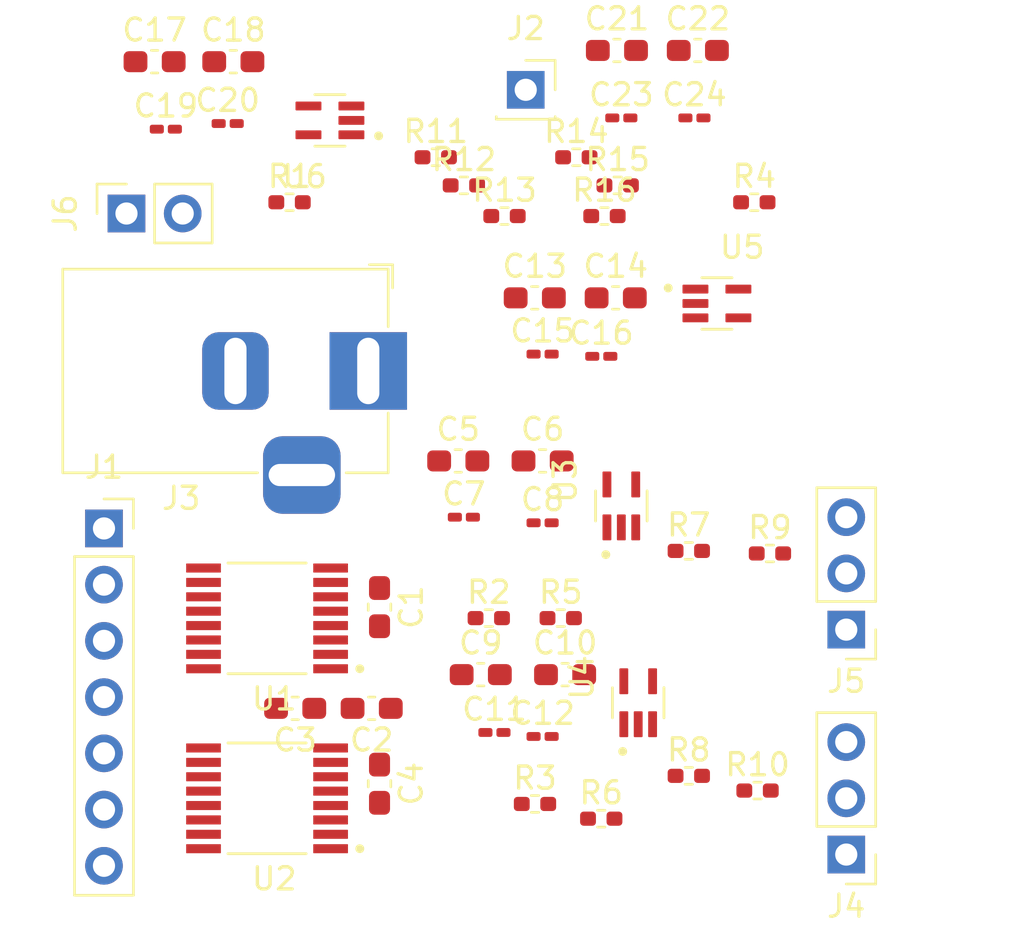
<source format=kicad_pcb>
(kicad_pcb (version 20171130) (host pcbnew 5.1.9+dfsg1-1+deb11u1)

  (general
    (thickness 1.6)
    (drawings 0)
    (tracks 0)
    (zones 0)
    (modules 52)
    (nets 29)
  )

  (page A4)
  (layers
    (0 F.Cu signal)
    (31 B.Cu signal)
    (32 B.Adhes user)
    (33 F.Adhes user)
    (34 B.Paste user)
    (35 F.Paste user)
    (36 B.SilkS user)
    (37 F.SilkS user)
    (38 B.Mask user)
    (39 F.Mask user)
    (40 Dwgs.User user)
    (41 Cmts.User user)
    (42 Eco1.User user)
    (43 Eco2.User user)
    (44 Edge.Cuts user)
    (45 Margin user)
    (46 B.CrtYd user)
    (47 F.CrtYd user)
    (48 B.Fab user)
    (49 F.Fab user)
  )

  (setup
    (last_trace_width 0.25)
    (trace_clearance 0.2)
    (zone_clearance 0.508)
    (zone_45_only no)
    (trace_min 0.2)
    (via_size 0.8)
    (via_drill 0.4)
    (via_min_size 0.4)
    (via_min_drill 0.3)
    (uvia_size 0.3)
    (uvia_drill 0.1)
    (uvias_allowed no)
    (uvia_min_size 0.2)
    (uvia_min_drill 0.1)
    (edge_width 0.05)
    (segment_width 0.2)
    (pcb_text_width 0.3)
    (pcb_text_size 1.5 1.5)
    (mod_edge_width 0.12)
    (mod_text_size 1 1)
    (mod_text_width 0.15)
    (pad_size 1.524 1.524)
    (pad_drill 0.762)
    (pad_to_mask_clearance 0)
    (aux_axis_origin 0 0)
    (visible_elements FFFFFF7F)
    (pcbplotparams
      (layerselection 0x010fc_ffffffff)
      (usegerberextensions false)
      (usegerberattributes true)
      (usegerberadvancedattributes true)
      (creategerberjobfile true)
      (excludeedgelayer true)
      (linewidth 0.100000)
      (plotframeref false)
      (viasonmask false)
      (mode 1)
      (useauxorigin false)
      (hpglpennumber 1)
      (hpglpenspeed 20)
      (hpglpendiameter 15.000000)
      (psnegative false)
      (psa4output false)
      (plotreference true)
      (plotvalue true)
      (plotinvisibletext false)
      (padsonsilk false)
      (subtractmaskfromsilk false)
      (outputformat 1)
      (mirror false)
      (drillshape 1)
      (scaleselection 1)
      (outputdirectory ""))
  )

  (net 0 "")
  (net 1 AVSS)
  (net 2 AVDD)
  (net 3 GND2)
  (net 4 OPAMP_P)
  (net 5 OPAMP_N)
  (net 6 CLR)
  (net 7 SCLK)
  (net 8 SDIN)
  (net 9 CS_X)
  (net 10 CS_Y)
  (net 11 DVDD)
  (net 12 GND1)
  (net 13 VOUT_Y_N)
  (net 14 VOUT_Y_P)
  (net 15 VOUT_X_P)
  (net 16 VOUT_X_N)
  (net 17 "Net-(R1-Pad2)")
  (net 18 "Net-(R3-Pad2)")
  (net 19 "Net-(R2-Pad2)")
  (net 20 "Net-(R16-Pad2)")
  (net 21 "Net-(R5-Pad2)")
  (net 22 "Net-(R6-Pad2)")
  (net 23 "Net-(R7-Pad2)")
  (net 24 "Net-(R10-Pad1)")
  (net 25 "Net-(R11-Pad2)")
  (net 26 "Net-(R12-Pad2)")
  (net 27 "Net-(R14-Pad2)")
  (net 28 "Net-(R15-Pad2)")

  (net_class Default "This is the default net class."
    (clearance 0.2)
    (trace_width 0.25)
    (via_dia 0.8)
    (via_drill 0.4)
    (uvia_dia 0.3)
    (uvia_drill 0.1)
    (add_net AVDD)
    (add_net AVSS)
    (add_net CLR)
    (add_net CS_X)
    (add_net CS_Y)
    (add_net DVDD)
    (add_net GND1)
    (add_net GND2)
    (add_net "Net-(R1-Pad2)")
    (add_net "Net-(R10-Pad1)")
    (add_net "Net-(R11-Pad2)")
    (add_net "Net-(R12-Pad2)")
    (add_net "Net-(R14-Pad2)")
    (add_net "Net-(R15-Pad2)")
    (add_net "Net-(R16-Pad2)")
    (add_net "Net-(R2-Pad2)")
    (add_net "Net-(R3-Pad2)")
    (add_net "Net-(R5-Pad2)")
    (add_net "Net-(R6-Pad2)")
    (add_net "Net-(R7-Pad2)")
    (add_net OPAMP_N)
    (add_net OPAMP_P)
    (add_net SCLK)
    (add_net SDIN)
    (add_net VOUT_X_N)
    (add_net VOUT_X_P)
    (add_net VOUT_Y_N)
    (add_net VOUT_Y_P)
  )

  (module Capacitor_SMD:C_0603_1608Metric_Pad1.08x0.95mm_HandSolder (layer F.Cu) (tedit 5F68FEEF) (tstamp 63DDD2F8)
    (at 147.32 110.49 270)
    (descr "Capacitor SMD 0603 (1608 Metric), square (rectangular) end terminal, IPC_7351 nominal with elongated pad for handsoldering. (Body size source: IPC-SM-782 page 76, https://www.pcb-3d.com/wordpress/wp-content/uploads/ipc-sm-782a_amendment_1_and_2.pdf), generated with kicad-footprint-generator")
    (tags "capacitor handsolder")
    (path /63DD8E89)
    (attr smd)
    (fp_text reference C1 (at 0 -1.43 90) (layer F.SilkS)
      (effects (font (size 1 1) (thickness 0.15)))
    )
    (fp_text value 10uF (at 0 1.43 90) (layer F.Fab)
      (effects (font (size 1 1) (thickness 0.15)))
    )
    (fp_line (start 1.65 0.73) (end -1.65 0.73) (layer F.CrtYd) (width 0.05))
    (fp_line (start 1.65 -0.73) (end 1.65 0.73) (layer F.CrtYd) (width 0.05))
    (fp_line (start -1.65 -0.73) (end 1.65 -0.73) (layer F.CrtYd) (width 0.05))
    (fp_line (start -1.65 0.73) (end -1.65 -0.73) (layer F.CrtYd) (width 0.05))
    (fp_line (start -0.146267 0.51) (end 0.146267 0.51) (layer F.SilkS) (width 0.12))
    (fp_line (start -0.146267 -0.51) (end 0.146267 -0.51) (layer F.SilkS) (width 0.12))
    (fp_line (start 0.8 0.4) (end -0.8 0.4) (layer F.Fab) (width 0.1))
    (fp_line (start 0.8 -0.4) (end 0.8 0.4) (layer F.Fab) (width 0.1))
    (fp_line (start -0.8 -0.4) (end 0.8 -0.4) (layer F.Fab) (width 0.1))
    (fp_line (start -0.8 0.4) (end -0.8 -0.4) (layer F.Fab) (width 0.1))
    (fp_text user %R (at 0 0 90) (layer F.Fab)
      (effects (font (size 0.4 0.4) (thickness 0.06)))
    )
    (pad 2 smd roundrect (at 0.8625 0 270) (size 1.075 0.95) (layers F.Cu F.Paste F.Mask) (roundrect_rratio 0.25)
      (net 1 AVSS))
    (pad 1 smd roundrect (at -0.8625 0 270) (size 1.075 0.95) (layers F.Cu F.Paste F.Mask) (roundrect_rratio 0.25)
      (net 2 AVDD))
    (model ${KISYS3DMOD}/Capacitor_SMD.3dshapes/C_0603_1608Metric.wrl
      (at (xyz 0 0 0))
      (scale (xyz 1 1 1))
      (rotate (xyz 0 0 0))
    )
  )

  (module Capacitor_SMD:C_0603_1608Metric_Pad1.08x0.95mm_HandSolder (layer F.Cu) (tedit 5F68FEEF) (tstamp 63DDD309)
    (at 146.9655 115.062 180)
    (descr "Capacitor SMD 0603 (1608 Metric), square (rectangular) end terminal, IPC_7351 nominal with elongated pad for handsoldering. (Body size source: IPC-SM-782 page 76, https://www.pcb-3d.com/wordpress/wp-content/uploads/ipc-sm-782a_amendment_1_and_2.pdf), generated with kicad-footprint-generator")
    (tags "capacitor handsolder")
    (path /63DC466E)
    (attr smd)
    (fp_text reference C2 (at 0 -1.43) (layer F.SilkS)
      (effects (font (size 1 1) (thickness 0.15)))
    )
    (fp_text value 10uF (at 0 1.43) (layer F.Fab)
      (effects (font (size 1 1) (thickness 0.15)))
    )
    (fp_line (start 1.65 0.73) (end -1.65 0.73) (layer F.CrtYd) (width 0.05))
    (fp_line (start 1.65 -0.73) (end 1.65 0.73) (layer F.CrtYd) (width 0.05))
    (fp_line (start -1.65 -0.73) (end 1.65 -0.73) (layer F.CrtYd) (width 0.05))
    (fp_line (start -1.65 0.73) (end -1.65 -0.73) (layer F.CrtYd) (width 0.05))
    (fp_line (start -0.146267 0.51) (end 0.146267 0.51) (layer F.SilkS) (width 0.12))
    (fp_line (start -0.146267 -0.51) (end 0.146267 -0.51) (layer F.SilkS) (width 0.12))
    (fp_line (start 0.8 0.4) (end -0.8 0.4) (layer F.Fab) (width 0.1))
    (fp_line (start 0.8 -0.4) (end 0.8 0.4) (layer F.Fab) (width 0.1))
    (fp_line (start -0.8 -0.4) (end 0.8 -0.4) (layer F.Fab) (width 0.1))
    (fp_line (start -0.8 0.4) (end -0.8 -0.4) (layer F.Fab) (width 0.1))
    (fp_text user %R (at 0 0) (layer F.Fab)
      (effects (font (size 0.4 0.4) (thickness 0.06)))
    )
    (pad 2 smd roundrect (at 0.8625 0 180) (size 1.075 0.95) (layers F.Cu F.Paste F.Mask) (roundrect_rratio 0.25)
      (net 3 GND2))
    (pad 1 smd roundrect (at -0.8625 0 180) (size 1.075 0.95) (layers F.Cu F.Paste F.Mask) (roundrect_rratio 0.25)
      (net 2 AVDD))
    (model ${KISYS3DMOD}/Capacitor_SMD.3dshapes/C_0603_1608Metric.wrl
      (at (xyz 0 0 0))
      (scale (xyz 1 1 1))
      (rotate (xyz 0 0 0))
    )
  )

  (module Capacitor_SMD:C_0603_1608Metric_Pad1.08x0.95mm_HandSolder (layer F.Cu) (tedit 5F68FEEF) (tstamp 63DDD31A)
    (at 143.51 115.062 180)
    (descr "Capacitor SMD 0603 (1608 Metric), square (rectangular) end terminal, IPC_7351 nominal with elongated pad for handsoldering. (Body size source: IPC-SM-782 page 76, https://www.pcb-3d.com/wordpress/wp-content/uploads/ipc-sm-782a_amendment_1_and_2.pdf), generated with kicad-footprint-generator")
    (tags "capacitor handsolder")
    (path /63DC4674)
    (attr smd)
    (fp_text reference C3 (at 0 -1.43) (layer F.SilkS)
      (effects (font (size 1 1) (thickness 0.15)))
    )
    (fp_text value 10uF (at 0 1.43) (layer F.Fab)
      (effects (font (size 1 1) (thickness 0.15)))
    )
    (fp_line (start -0.8 0.4) (end -0.8 -0.4) (layer F.Fab) (width 0.1))
    (fp_line (start -0.8 -0.4) (end 0.8 -0.4) (layer F.Fab) (width 0.1))
    (fp_line (start 0.8 -0.4) (end 0.8 0.4) (layer F.Fab) (width 0.1))
    (fp_line (start 0.8 0.4) (end -0.8 0.4) (layer F.Fab) (width 0.1))
    (fp_line (start -0.146267 -0.51) (end 0.146267 -0.51) (layer F.SilkS) (width 0.12))
    (fp_line (start -0.146267 0.51) (end 0.146267 0.51) (layer F.SilkS) (width 0.12))
    (fp_line (start -1.65 0.73) (end -1.65 -0.73) (layer F.CrtYd) (width 0.05))
    (fp_line (start -1.65 -0.73) (end 1.65 -0.73) (layer F.CrtYd) (width 0.05))
    (fp_line (start 1.65 -0.73) (end 1.65 0.73) (layer F.CrtYd) (width 0.05))
    (fp_line (start 1.65 0.73) (end -1.65 0.73) (layer F.CrtYd) (width 0.05))
    (fp_text user %R (at 0 0) (layer F.Fab)
      (effects (font (size 0.4 0.4) (thickness 0.06)))
    )
    (pad 1 smd roundrect (at -0.8625 0 180) (size 1.075 0.95) (layers F.Cu F.Paste F.Mask) (roundrect_rratio 0.25)
      (net 3 GND2))
    (pad 2 smd roundrect (at 0.8625 0 180) (size 1.075 0.95) (layers F.Cu F.Paste F.Mask) (roundrect_rratio 0.25)
      (net 1 AVSS))
    (model ${KISYS3DMOD}/Capacitor_SMD.3dshapes/C_0603_1608Metric.wrl
      (at (xyz 0 0 0))
      (scale (xyz 1 1 1))
      (rotate (xyz 0 0 0))
    )
  )

  (module Capacitor_SMD:C_0603_1608Metric_Pad1.08x0.95mm_HandSolder (layer F.Cu) (tedit 5F68FEEF) (tstamp 63DDD32B)
    (at 147.32 118.4645 270)
    (descr "Capacitor SMD 0603 (1608 Metric), square (rectangular) end terminal, IPC_7351 nominal with elongated pad for handsoldering. (Body size source: IPC-SM-782 page 76, https://www.pcb-3d.com/wordpress/wp-content/uploads/ipc-sm-782a_amendment_1_and_2.pdf), generated with kicad-footprint-generator")
    (tags "capacitor handsolder")
    (path /63F3E4A3)
    (attr smd)
    (fp_text reference C4 (at 0 -1.43 90) (layer F.SilkS)
      (effects (font (size 1 1) (thickness 0.15)))
    )
    (fp_text value 10uF (at 0 1.43 90) (layer F.Fab)
      (effects (font (size 1 1) (thickness 0.15)))
    )
    (fp_line (start 1.65 0.73) (end -1.65 0.73) (layer F.CrtYd) (width 0.05))
    (fp_line (start 1.65 -0.73) (end 1.65 0.73) (layer F.CrtYd) (width 0.05))
    (fp_line (start -1.65 -0.73) (end 1.65 -0.73) (layer F.CrtYd) (width 0.05))
    (fp_line (start -1.65 0.73) (end -1.65 -0.73) (layer F.CrtYd) (width 0.05))
    (fp_line (start -0.146267 0.51) (end 0.146267 0.51) (layer F.SilkS) (width 0.12))
    (fp_line (start -0.146267 -0.51) (end 0.146267 -0.51) (layer F.SilkS) (width 0.12))
    (fp_line (start 0.8 0.4) (end -0.8 0.4) (layer F.Fab) (width 0.1))
    (fp_line (start 0.8 -0.4) (end 0.8 0.4) (layer F.Fab) (width 0.1))
    (fp_line (start -0.8 -0.4) (end 0.8 -0.4) (layer F.Fab) (width 0.1))
    (fp_line (start -0.8 0.4) (end -0.8 -0.4) (layer F.Fab) (width 0.1))
    (fp_text user %R (at 0 0 90) (layer F.Fab)
      (effects (font (size 0.4 0.4) (thickness 0.06)))
    )
    (pad 2 smd roundrect (at 0.8625 0 270) (size 1.075 0.95) (layers F.Cu F.Paste F.Mask) (roundrect_rratio 0.25)
      (net 1 AVSS))
    (pad 1 smd roundrect (at -0.8625 0 270) (size 1.075 0.95) (layers F.Cu F.Paste F.Mask) (roundrect_rratio 0.25)
      (net 2 AVDD))
    (model ${KISYS3DMOD}/Capacitor_SMD.3dshapes/C_0603_1608Metric.wrl
      (at (xyz 0 0 0))
      (scale (xyz 1 1 1))
      (rotate (xyz 0 0 0))
    )
  )

  (module Capacitor_SMD:C_0603_1608Metric_Pad1.08x0.95mm_HandSolder (layer F.Cu) (tedit 5F68FEEF) (tstamp 63DDD33C)
    (at 150.876 103.886)
    (descr "Capacitor SMD 0603 (1608 Metric), square (rectangular) end terminal, IPC_7351 nominal with elongated pad for handsoldering. (Body size source: IPC-SM-782 page 76, https://www.pcb-3d.com/wordpress/wp-content/uploads/ipc-sm-782a_amendment_1_and_2.pdf), generated with kicad-footprint-generator")
    (tags "capacitor handsolder")
    (path /63E58CC2)
    (attr smd)
    (fp_text reference C5 (at 0 -1.43) (layer F.SilkS)
      (effects (font (size 1 1) (thickness 0.15)))
    )
    (fp_text value 10uF (at 0 1.43) (layer F.Fab)
      (effects (font (size 1 1) (thickness 0.15)))
    )
    (fp_line (start -0.8 0.4) (end -0.8 -0.4) (layer F.Fab) (width 0.1))
    (fp_line (start -0.8 -0.4) (end 0.8 -0.4) (layer F.Fab) (width 0.1))
    (fp_line (start 0.8 -0.4) (end 0.8 0.4) (layer F.Fab) (width 0.1))
    (fp_line (start 0.8 0.4) (end -0.8 0.4) (layer F.Fab) (width 0.1))
    (fp_line (start -0.146267 -0.51) (end 0.146267 -0.51) (layer F.SilkS) (width 0.12))
    (fp_line (start -0.146267 0.51) (end 0.146267 0.51) (layer F.SilkS) (width 0.12))
    (fp_line (start -1.65 0.73) (end -1.65 -0.73) (layer F.CrtYd) (width 0.05))
    (fp_line (start -1.65 -0.73) (end 1.65 -0.73) (layer F.CrtYd) (width 0.05))
    (fp_line (start 1.65 -0.73) (end 1.65 0.73) (layer F.CrtYd) (width 0.05))
    (fp_line (start 1.65 0.73) (end -1.65 0.73) (layer F.CrtYd) (width 0.05))
    (fp_text user %R (at 0 0) (layer F.Fab)
      (effects (font (size 0.4 0.4) (thickness 0.06)))
    )
    (pad 1 smd roundrect (at -0.8625 0) (size 1.075 0.95) (layers F.Cu F.Paste F.Mask) (roundrect_rratio 0.25)
      (net 4 OPAMP_P))
    (pad 2 smd roundrect (at 0.8625 0) (size 1.075 0.95) (layers F.Cu F.Paste F.Mask) (roundrect_rratio 0.25)
      (net 3 GND2))
    (model ${KISYS3DMOD}/Capacitor_SMD.3dshapes/C_0603_1608Metric.wrl
      (at (xyz 0 0 0))
      (scale (xyz 1 1 1))
      (rotate (xyz 0 0 0))
    )
  )

  (module Capacitor_SMD:C_0603_1608Metric_Pad1.08x0.95mm_HandSolder (layer F.Cu) (tedit 5F68FEEF) (tstamp 63DDD34D)
    (at 154.686 103.886)
    (descr "Capacitor SMD 0603 (1608 Metric), square (rectangular) end terminal, IPC_7351 nominal with elongated pad for handsoldering. (Body size source: IPC-SM-782 page 76, https://www.pcb-3d.com/wordpress/wp-content/uploads/ipc-sm-782a_amendment_1_and_2.pdf), generated with kicad-footprint-generator")
    (tags "capacitor handsolder")
    (path /63E59680)
    (attr smd)
    (fp_text reference C6 (at 0 -1.43) (layer F.SilkS)
      (effects (font (size 1 1) (thickness 0.15)))
    )
    (fp_text value 10uF (at 0 1.43) (layer F.Fab)
      (effects (font (size 1 1) (thickness 0.15)))
    )
    (fp_line (start -0.8 0.4) (end -0.8 -0.4) (layer F.Fab) (width 0.1))
    (fp_line (start -0.8 -0.4) (end 0.8 -0.4) (layer F.Fab) (width 0.1))
    (fp_line (start 0.8 -0.4) (end 0.8 0.4) (layer F.Fab) (width 0.1))
    (fp_line (start 0.8 0.4) (end -0.8 0.4) (layer F.Fab) (width 0.1))
    (fp_line (start -0.146267 -0.51) (end 0.146267 -0.51) (layer F.SilkS) (width 0.12))
    (fp_line (start -0.146267 0.51) (end 0.146267 0.51) (layer F.SilkS) (width 0.12))
    (fp_line (start -1.65 0.73) (end -1.65 -0.73) (layer F.CrtYd) (width 0.05))
    (fp_line (start -1.65 -0.73) (end 1.65 -0.73) (layer F.CrtYd) (width 0.05))
    (fp_line (start 1.65 -0.73) (end 1.65 0.73) (layer F.CrtYd) (width 0.05))
    (fp_line (start 1.65 0.73) (end -1.65 0.73) (layer F.CrtYd) (width 0.05))
    (fp_text user %R (at 0 0) (layer F.Fab)
      (effects (font (size 0.4 0.4) (thickness 0.06)))
    )
    (pad 1 smd roundrect (at -0.8625 0) (size 1.075 0.95) (layers F.Cu F.Paste F.Mask) (roundrect_rratio 0.25)
      (net 3 GND2))
    (pad 2 smd roundrect (at 0.8625 0) (size 1.075 0.95) (layers F.Cu F.Paste F.Mask) (roundrect_rratio 0.25)
      (net 5 OPAMP_N))
    (model ${KISYS3DMOD}/Capacitor_SMD.3dshapes/C_0603_1608Metric.wrl
      (at (xyz 0 0 0))
      (scale (xyz 1 1 1))
      (rotate (xyz 0 0 0))
    )
  )

  (module Capacitor_SMD:C_0201_0603Metric_Pad0.64x0.40mm_HandSolder (layer F.Cu) (tedit 5F6BB9E0) (tstamp 63DDD35E)
    (at 151.13 106.426)
    (descr "Capacitor SMD 0201 (0603 Metric), square (rectangular) end terminal, IPC_7351 nominal with elongated pad for handsoldering. (Body size source: https://www.vishay.com/docs/20052/crcw0201e3.pdf), generated with kicad-footprint-generator")
    (tags "capacitor handsolder")
    (path /63E59F49)
    (attr smd)
    (fp_text reference C7 (at 0 -1.05) (layer F.SilkS)
      (effects (font (size 1 1) (thickness 0.15)))
    )
    (fp_text value 0.1uF (at 0 1.05) (layer F.Fab)
      (effects (font (size 1 1) (thickness 0.15)))
    )
    (fp_line (start -0.3 0.15) (end -0.3 -0.15) (layer F.Fab) (width 0.1))
    (fp_line (start -0.3 -0.15) (end 0.3 -0.15) (layer F.Fab) (width 0.1))
    (fp_line (start 0.3 -0.15) (end 0.3 0.15) (layer F.Fab) (width 0.1))
    (fp_line (start 0.3 0.15) (end -0.3 0.15) (layer F.Fab) (width 0.1))
    (fp_line (start -0.88 0.35) (end -0.88 -0.35) (layer F.CrtYd) (width 0.05))
    (fp_line (start -0.88 -0.35) (end 0.88 -0.35) (layer F.CrtYd) (width 0.05))
    (fp_line (start 0.88 -0.35) (end 0.88 0.35) (layer F.CrtYd) (width 0.05))
    (fp_line (start 0.88 0.35) (end -0.88 0.35) (layer F.CrtYd) (width 0.05))
    (fp_text user %R (at 0 -0.68) (layer F.Fab)
      (effects (font (size 0.25 0.25) (thickness 0.04)))
    )
    (pad "" smd roundrect (at -0.4325 0) (size 0.458 0.36) (layers F.Paste) (roundrect_rratio 0.25))
    (pad "" smd roundrect (at 0.4325 0) (size 0.458 0.36) (layers F.Paste) (roundrect_rratio 0.25))
    (pad 1 smd roundrect (at -0.4075 0) (size 0.635 0.4) (layers F.Cu F.Mask) (roundrect_rratio 0.25)
      (net 4 OPAMP_P))
    (pad 2 smd roundrect (at 0.4075 0) (size 0.635 0.4) (layers F.Cu F.Mask) (roundrect_rratio 0.25)
      (net 3 GND2))
    (model ${KISYS3DMOD}/Capacitor_SMD.3dshapes/C_0201_0603Metric.wrl
      (at (xyz 0 0 0))
      (scale (xyz 1 1 1))
      (rotate (xyz 0 0 0))
    )
  )

  (module Capacitor_SMD:C_0201_0603Metric_Pad0.64x0.40mm_HandSolder (layer F.Cu) (tedit 5F6BB9E0) (tstamp 63DDD36F)
    (at 154.686 106.68)
    (descr "Capacitor SMD 0201 (0603 Metric), square (rectangular) end terminal, IPC_7351 nominal with elongated pad for handsoldering. (Body size source: https://www.vishay.com/docs/20052/crcw0201e3.pdf), generated with kicad-footprint-generator")
    (tags "capacitor handsolder")
    (path /63E5B67C)
    (attr smd)
    (fp_text reference C8 (at 0 -1.05) (layer F.SilkS)
      (effects (font (size 1 1) (thickness 0.15)))
    )
    (fp_text value 0.1uF (at 0 1.05) (layer F.Fab)
      (effects (font (size 1 1) (thickness 0.15)))
    )
    (fp_line (start 0.88 0.35) (end -0.88 0.35) (layer F.CrtYd) (width 0.05))
    (fp_line (start 0.88 -0.35) (end 0.88 0.35) (layer F.CrtYd) (width 0.05))
    (fp_line (start -0.88 -0.35) (end 0.88 -0.35) (layer F.CrtYd) (width 0.05))
    (fp_line (start -0.88 0.35) (end -0.88 -0.35) (layer F.CrtYd) (width 0.05))
    (fp_line (start 0.3 0.15) (end -0.3 0.15) (layer F.Fab) (width 0.1))
    (fp_line (start 0.3 -0.15) (end 0.3 0.15) (layer F.Fab) (width 0.1))
    (fp_line (start -0.3 -0.15) (end 0.3 -0.15) (layer F.Fab) (width 0.1))
    (fp_line (start -0.3 0.15) (end -0.3 -0.15) (layer F.Fab) (width 0.1))
    (fp_text user %R (at 0 -0.68) (layer F.Fab)
      (effects (font (size 0.25 0.25) (thickness 0.04)))
    )
    (pad 2 smd roundrect (at 0.4075 0) (size 0.635 0.4) (layers F.Cu F.Mask) (roundrect_rratio 0.25)
      (net 5 OPAMP_N))
    (pad 1 smd roundrect (at -0.4075 0) (size 0.635 0.4) (layers F.Cu F.Mask) (roundrect_rratio 0.25)
      (net 3 GND2))
    (pad "" smd roundrect (at 0.4325 0) (size 0.458 0.36) (layers F.Paste) (roundrect_rratio 0.25))
    (pad "" smd roundrect (at -0.4325 0) (size 0.458 0.36) (layers F.Paste) (roundrect_rratio 0.25))
    (model ${KISYS3DMOD}/Capacitor_SMD.3dshapes/C_0201_0603Metric.wrl
      (at (xyz 0 0 0))
      (scale (xyz 1 1 1))
      (rotate (xyz 0 0 0))
    )
  )

  (module Capacitor_SMD:C_0603_1608Metric_Pad1.08x0.95mm_HandSolder (layer F.Cu) (tedit 5F68FEEF) (tstamp 63DDD380)
    (at 151.892 113.538)
    (descr "Capacitor SMD 0603 (1608 Metric), square (rectangular) end terminal, IPC_7351 nominal with elongated pad for handsoldering. (Body size source: IPC-SM-782 page 76, https://www.pcb-3d.com/wordpress/wp-content/uploads/ipc-sm-782a_amendment_1_and_2.pdf), generated with kicad-footprint-generator")
    (tags "capacitor handsolder")
    (path /63ED645C)
    (attr smd)
    (fp_text reference C9 (at 0 -1.43) (layer F.SilkS)
      (effects (font (size 1 1) (thickness 0.15)))
    )
    (fp_text value 10uF (at 0 1.43) (layer F.Fab)
      (effects (font (size 1 1) (thickness 0.15)))
    )
    (fp_line (start -0.8 0.4) (end -0.8 -0.4) (layer F.Fab) (width 0.1))
    (fp_line (start -0.8 -0.4) (end 0.8 -0.4) (layer F.Fab) (width 0.1))
    (fp_line (start 0.8 -0.4) (end 0.8 0.4) (layer F.Fab) (width 0.1))
    (fp_line (start 0.8 0.4) (end -0.8 0.4) (layer F.Fab) (width 0.1))
    (fp_line (start -0.146267 -0.51) (end 0.146267 -0.51) (layer F.SilkS) (width 0.12))
    (fp_line (start -0.146267 0.51) (end 0.146267 0.51) (layer F.SilkS) (width 0.12))
    (fp_line (start -1.65 0.73) (end -1.65 -0.73) (layer F.CrtYd) (width 0.05))
    (fp_line (start -1.65 -0.73) (end 1.65 -0.73) (layer F.CrtYd) (width 0.05))
    (fp_line (start 1.65 -0.73) (end 1.65 0.73) (layer F.CrtYd) (width 0.05))
    (fp_line (start 1.65 0.73) (end -1.65 0.73) (layer F.CrtYd) (width 0.05))
    (fp_text user %R (at 0 0) (layer F.Fab)
      (effects (font (size 0.4 0.4) (thickness 0.06)))
    )
    (pad 1 smd roundrect (at -0.8625 0) (size 1.075 0.95) (layers F.Cu F.Paste F.Mask) (roundrect_rratio 0.25)
      (net 4 OPAMP_P))
    (pad 2 smd roundrect (at 0.8625 0) (size 1.075 0.95) (layers F.Cu F.Paste F.Mask) (roundrect_rratio 0.25)
      (net 3 GND2))
    (model ${KISYS3DMOD}/Capacitor_SMD.3dshapes/C_0603_1608Metric.wrl
      (at (xyz 0 0 0))
      (scale (xyz 1 1 1))
      (rotate (xyz 0 0 0))
    )
  )

  (module Capacitor_SMD:C_0603_1608Metric_Pad1.08x0.95mm_HandSolder (layer F.Cu) (tedit 5F68FEEF) (tstamp 63DDD391)
    (at 155.702 113.538)
    (descr "Capacitor SMD 0603 (1608 Metric), square (rectangular) end terminal, IPC_7351 nominal with elongated pad for handsoldering. (Body size source: IPC-SM-782 page 76, https://www.pcb-3d.com/wordpress/wp-content/uploads/ipc-sm-782a_amendment_1_and_2.pdf), generated with kicad-footprint-generator")
    (tags "capacitor handsolder")
    (path /63ED6462)
    (attr smd)
    (fp_text reference C10 (at 0 -1.43) (layer F.SilkS)
      (effects (font (size 1 1) (thickness 0.15)))
    )
    (fp_text value 10uF (at 0 1.43) (layer F.Fab)
      (effects (font (size 1 1) (thickness 0.15)))
    )
    (fp_line (start 1.65 0.73) (end -1.65 0.73) (layer F.CrtYd) (width 0.05))
    (fp_line (start 1.65 -0.73) (end 1.65 0.73) (layer F.CrtYd) (width 0.05))
    (fp_line (start -1.65 -0.73) (end 1.65 -0.73) (layer F.CrtYd) (width 0.05))
    (fp_line (start -1.65 0.73) (end -1.65 -0.73) (layer F.CrtYd) (width 0.05))
    (fp_line (start -0.146267 0.51) (end 0.146267 0.51) (layer F.SilkS) (width 0.12))
    (fp_line (start -0.146267 -0.51) (end 0.146267 -0.51) (layer F.SilkS) (width 0.12))
    (fp_line (start 0.8 0.4) (end -0.8 0.4) (layer F.Fab) (width 0.1))
    (fp_line (start 0.8 -0.4) (end 0.8 0.4) (layer F.Fab) (width 0.1))
    (fp_line (start -0.8 -0.4) (end 0.8 -0.4) (layer F.Fab) (width 0.1))
    (fp_line (start -0.8 0.4) (end -0.8 -0.4) (layer F.Fab) (width 0.1))
    (fp_text user %R (at 0 0) (layer F.Fab)
      (effects (font (size 0.4 0.4) (thickness 0.06)))
    )
    (pad 2 smd roundrect (at 0.8625 0) (size 1.075 0.95) (layers F.Cu F.Paste F.Mask) (roundrect_rratio 0.25)
      (net 5 OPAMP_N))
    (pad 1 smd roundrect (at -0.8625 0) (size 1.075 0.95) (layers F.Cu F.Paste F.Mask) (roundrect_rratio 0.25)
      (net 3 GND2))
    (model ${KISYS3DMOD}/Capacitor_SMD.3dshapes/C_0603_1608Metric.wrl
      (at (xyz 0 0 0))
      (scale (xyz 1 1 1))
      (rotate (xyz 0 0 0))
    )
  )

  (module Capacitor_SMD:C_0201_0603Metric_Pad0.64x0.40mm_HandSolder (layer F.Cu) (tedit 5F6BB9E0) (tstamp 63DDD3A2)
    (at 152.511001 116.151001)
    (descr "Capacitor SMD 0201 (0603 Metric), square (rectangular) end terminal, IPC_7351 nominal with elongated pad for handsoldering. (Body size source: https://www.vishay.com/docs/20052/crcw0201e3.pdf), generated with kicad-footprint-generator")
    (tags "capacitor handsolder")
    (path /63ED6468)
    (attr smd)
    (fp_text reference C11 (at 0 -1.05) (layer F.SilkS)
      (effects (font (size 1 1) (thickness 0.15)))
    )
    (fp_text value 0.1uF (at 0 1.05) (layer F.Fab)
      (effects (font (size 1 1) (thickness 0.15)))
    )
    (fp_line (start -0.3 0.15) (end -0.3 -0.15) (layer F.Fab) (width 0.1))
    (fp_line (start -0.3 -0.15) (end 0.3 -0.15) (layer F.Fab) (width 0.1))
    (fp_line (start 0.3 -0.15) (end 0.3 0.15) (layer F.Fab) (width 0.1))
    (fp_line (start 0.3 0.15) (end -0.3 0.15) (layer F.Fab) (width 0.1))
    (fp_line (start -0.88 0.35) (end -0.88 -0.35) (layer F.CrtYd) (width 0.05))
    (fp_line (start -0.88 -0.35) (end 0.88 -0.35) (layer F.CrtYd) (width 0.05))
    (fp_line (start 0.88 -0.35) (end 0.88 0.35) (layer F.CrtYd) (width 0.05))
    (fp_line (start 0.88 0.35) (end -0.88 0.35) (layer F.CrtYd) (width 0.05))
    (fp_text user %R (at 0 -0.68) (layer F.Fab)
      (effects (font (size 0.25 0.25) (thickness 0.04)))
    )
    (pad "" smd roundrect (at -0.4325 0) (size 0.458 0.36) (layers F.Paste) (roundrect_rratio 0.25))
    (pad "" smd roundrect (at 0.4325 0) (size 0.458 0.36) (layers F.Paste) (roundrect_rratio 0.25))
    (pad 1 smd roundrect (at -0.4075 0) (size 0.635 0.4) (layers F.Cu F.Mask) (roundrect_rratio 0.25)
      (net 4 OPAMP_P))
    (pad 2 smd roundrect (at 0.4075 0) (size 0.635 0.4) (layers F.Cu F.Mask) (roundrect_rratio 0.25)
      (net 3 GND2))
    (model ${KISYS3DMOD}/Capacitor_SMD.3dshapes/C_0201_0603Metric.wrl
      (at (xyz 0 0 0))
      (scale (xyz 1 1 1))
      (rotate (xyz 0 0 0))
    )
  )

  (module Capacitor_SMD:C_0201_0603Metric_Pad0.64x0.40mm_HandSolder (layer F.Cu) (tedit 5F6BB9E0) (tstamp 63DDD3B3)
    (at 154.686 116.332)
    (descr "Capacitor SMD 0201 (0603 Metric), square (rectangular) end terminal, IPC_7351 nominal with elongated pad for handsoldering. (Body size source: https://www.vishay.com/docs/20052/crcw0201e3.pdf), generated with kicad-footprint-generator")
    (tags "capacitor handsolder")
    (path /63ED646E)
    (attr smd)
    (fp_text reference C12 (at 0 -1.05) (layer F.SilkS)
      (effects (font (size 1 1) (thickness 0.15)))
    )
    (fp_text value 0.1uF (at 0 1.05) (layer F.Fab)
      (effects (font (size 1 1) (thickness 0.15)))
    )
    (fp_line (start 0.88 0.35) (end -0.88 0.35) (layer F.CrtYd) (width 0.05))
    (fp_line (start 0.88 -0.35) (end 0.88 0.35) (layer F.CrtYd) (width 0.05))
    (fp_line (start -0.88 -0.35) (end 0.88 -0.35) (layer F.CrtYd) (width 0.05))
    (fp_line (start -0.88 0.35) (end -0.88 -0.35) (layer F.CrtYd) (width 0.05))
    (fp_line (start 0.3 0.15) (end -0.3 0.15) (layer F.Fab) (width 0.1))
    (fp_line (start 0.3 -0.15) (end 0.3 0.15) (layer F.Fab) (width 0.1))
    (fp_line (start -0.3 -0.15) (end 0.3 -0.15) (layer F.Fab) (width 0.1))
    (fp_line (start -0.3 0.15) (end -0.3 -0.15) (layer F.Fab) (width 0.1))
    (fp_text user %R (at 0 -0.68) (layer F.Fab)
      (effects (font (size 0.25 0.25) (thickness 0.04)))
    )
    (pad 2 smd roundrect (at 0.4075 0) (size 0.635 0.4) (layers F.Cu F.Mask) (roundrect_rratio 0.25)
      (net 5 OPAMP_N))
    (pad 1 smd roundrect (at -0.4075 0) (size 0.635 0.4) (layers F.Cu F.Mask) (roundrect_rratio 0.25)
      (net 3 GND2))
    (pad "" smd roundrect (at 0.4325 0) (size 0.458 0.36) (layers F.Paste) (roundrect_rratio 0.25))
    (pad "" smd roundrect (at -0.4325 0) (size 0.458 0.36) (layers F.Paste) (roundrect_rratio 0.25))
    (model ${KISYS3DMOD}/Capacitor_SMD.3dshapes/C_0201_0603Metric.wrl
      (at (xyz 0 0 0))
      (scale (xyz 1 1 1))
      (rotate (xyz 0 0 0))
    )
  )

  (module Capacitor_SMD:C_0603_1608Metric_Pad1.08x0.95mm_HandSolder (layer F.Cu) (tedit 5F68FEEF) (tstamp 63DDD3C4)
    (at 154.3315 96.52)
    (descr "Capacitor SMD 0603 (1608 Metric), square (rectangular) end terminal, IPC_7351 nominal with elongated pad for handsoldering. (Body size source: IPC-SM-782 page 76, https://www.pcb-3d.com/wordpress/wp-content/uploads/ipc-sm-782a_amendment_1_and_2.pdf), generated with kicad-footprint-generator")
    (tags "capacitor handsolder")
    (path /63EE57CF)
    (attr smd)
    (fp_text reference C13 (at 0 -1.43) (layer F.SilkS)
      (effects (font (size 1 1) (thickness 0.15)))
    )
    (fp_text value 10uF (at 0 1.43) (layer F.Fab)
      (effects (font (size 1 1) (thickness 0.15)))
    )
    (fp_line (start -0.8 0.4) (end -0.8 -0.4) (layer F.Fab) (width 0.1))
    (fp_line (start -0.8 -0.4) (end 0.8 -0.4) (layer F.Fab) (width 0.1))
    (fp_line (start 0.8 -0.4) (end 0.8 0.4) (layer F.Fab) (width 0.1))
    (fp_line (start 0.8 0.4) (end -0.8 0.4) (layer F.Fab) (width 0.1))
    (fp_line (start -0.146267 -0.51) (end 0.146267 -0.51) (layer F.SilkS) (width 0.12))
    (fp_line (start -0.146267 0.51) (end 0.146267 0.51) (layer F.SilkS) (width 0.12))
    (fp_line (start -1.65 0.73) (end -1.65 -0.73) (layer F.CrtYd) (width 0.05))
    (fp_line (start -1.65 -0.73) (end 1.65 -0.73) (layer F.CrtYd) (width 0.05))
    (fp_line (start 1.65 -0.73) (end 1.65 0.73) (layer F.CrtYd) (width 0.05))
    (fp_line (start 1.65 0.73) (end -1.65 0.73) (layer F.CrtYd) (width 0.05))
    (fp_text user %R (at 0 0) (layer F.Fab)
      (effects (font (size 0.4 0.4) (thickness 0.06)))
    )
    (pad 1 smd roundrect (at -0.8625 0) (size 1.075 0.95) (layers F.Cu F.Paste F.Mask) (roundrect_rratio 0.25)
      (net 4 OPAMP_P))
    (pad 2 smd roundrect (at 0.8625 0) (size 1.075 0.95) (layers F.Cu F.Paste F.Mask) (roundrect_rratio 0.25)
      (net 3 GND2))
    (model ${KISYS3DMOD}/Capacitor_SMD.3dshapes/C_0603_1608Metric.wrl
      (at (xyz 0 0 0))
      (scale (xyz 1 1 1))
      (rotate (xyz 0 0 0))
    )
  )

  (module Capacitor_SMD:C_0603_1608Metric_Pad1.08x0.95mm_HandSolder (layer F.Cu) (tedit 5F68FEEF) (tstamp 63DDD3D5)
    (at 157.988 96.52)
    (descr "Capacitor SMD 0603 (1608 Metric), square (rectangular) end terminal, IPC_7351 nominal with elongated pad for handsoldering. (Body size source: IPC-SM-782 page 76, https://www.pcb-3d.com/wordpress/wp-content/uploads/ipc-sm-782a_amendment_1_and_2.pdf), generated with kicad-footprint-generator")
    (tags "capacitor handsolder")
    (path /63EE57D5)
    (attr smd)
    (fp_text reference C14 (at 0 -1.43) (layer F.SilkS)
      (effects (font (size 1 1) (thickness 0.15)))
    )
    (fp_text value 10uF (at 0 1.43) (layer F.Fab)
      (effects (font (size 1 1) (thickness 0.15)))
    )
    (fp_line (start 1.65 0.73) (end -1.65 0.73) (layer F.CrtYd) (width 0.05))
    (fp_line (start 1.65 -0.73) (end 1.65 0.73) (layer F.CrtYd) (width 0.05))
    (fp_line (start -1.65 -0.73) (end 1.65 -0.73) (layer F.CrtYd) (width 0.05))
    (fp_line (start -1.65 0.73) (end -1.65 -0.73) (layer F.CrtYd) (width 0.05))
    (fp_line (start -0.146267 0.51) (end 0.146267 0.51) (layer F.SilkS) (width 0.12))
    (fp_line (start -0.146267 -0.51) (end 0.146267 -0.51) (layer F.SilkS) (width 0.12))
    (fp_line (start 0.8 0.4) (end -0.8 0.4) (layer F.Fab) (width 0.1))
    (fp_line (start 0.8 -0.4) (end 0.8 0.4) (layer F.Fab) (width 0.1))
    (fp_line (start -0.8 -0.4) (end 0.8 -0.4) (layer F.Fab) (width 0.1))
    (fp_line (start -0.8 0.4) (end -0.8 -0.4) (layer F.Fab) (width 0.1))
    (fp_text user %R (at 0 0) (layer F.Fab)
      (effects (font (size 0.4 0.4) (thickness 0.06)))
    )
    (pad 2 smd roundrect (at 0.8625 0) (size 1.075 0.95) (layers F.Cu F.Paste F.Mask) (roundrect_rratio 0.25)
      (net 5 OPAMP_N))
    (pad 1 smd roundrect (at -0.8625 0) (size 1.075 0.95) (layers F.Cu F.Paste F.Mask) (roundrect_rratio 0.25)
      (net 3 GND2))
    (model ${KISYS3DMOD}/Capacitor_SMD.3dshapes/C_0603_1608Metric.wrl
      (at (xyz 0 0 0))
      (scale (xyz 1 1 1))
      (rotate (xyz 0 0 0))
    )
  )

  (module Capacitor_SMD:C_0201_0603Metric_Pad0.64x0.40mm_HandSolder (layer F.Cu) (tedit 5F6BB9E0) (tstamp 63DDD3E6)
    (at 154.686 99.06)
    (descr "Capacitor SMD 0201 (0603 Metric), square (rectangular) end terminal, IPC_7351 nominal with elongated pad for handsoldering. (Body size source: https://www.vishay.com/docs/20052/crcw0201e3.pdf), generated with kicad-footprint-generator")
    (tags "capacitor handsolder")
    (path /63EE57DB)
    (attr smd)
    (fp_text reference C15 (at 0 -1.05) (layer F.SilkS)
      (effects (font (size 1 1) (thickness 0.15)))
    )
    (fp_text value 0.1uF (at 0 1.05) (layer F.Fab)
      (effects (font (size 1 1) (thickness 0.15)))
    )
    (fp_line (start -0.3 0.15) (end -0.3 -0.15) (layer F.Fab) (width 0.1))
    (fp_line (start -0.3 -0.15) (end 0.3 -0.15) (layer F.Fab) (width 0.1))
    (fp_line (start 0.3 -0.15) (end 0.3 0.15) (layer F.Fab) (width 0.1))
    (fp_line (start 0.3 0.15) (end -0.3 0.15) (layer F.Fab) (width 0.1))
    (fp_line (start -0.88 0.35) (end -0.88 -0.35) (layer F.CrtYd) (width 0.05))
    (fp_line (start -0.88 -0.35) (end 0.88 -0.35) (layer F.CrtYd) (width 0.05))
    (fp_line (start 0.88 -0.35) (end 0.88 0.35) (layer F.CrtYd) (width 0.05))
    (fp_line (start 0.88 0.35) (end -0.88 0.35) (layer F.CrtYd) (width 0.05))
    (fp_text user %R (at 0 -0.68) (layer F.Fab)
      (effects (font (size 0.25 0.25) (thickness 0.04)))
    )
    (pad "" smd roundrect (at -0.4325 0) (size 0.458 0.36) (layers F.Paste) (roundrect_rratio 0.25))
    (pad "" smd roundrect (at 0.4325 0) (size 0.458 0.36) (layers F.Paste) (roundrect_rratio 0.25))
    (pad 1 smd roundrect (at -0.4075 0) (size 0.635 0.4) (layers F.Cu F.Mask) (roundrect_rratio 0.25)
      (net 4 OPAMP_P))
    (pad 2 smd roundrect (at 0.4075 0) (size 0.635 0.4) (layers F.Cu F.Mask) (roundrect_rratio 0.25)
      (net 3 GND2))
    (model ${KISYS3DMOD}/Capacitor_SMD.3dshapes/C_0201_0603Metric.wrl
      (at (xyz 0 0 0))
      (scale (xyz 1 1 1))
      (rotate (xyz 0 0 0))
    )
  )

  (module Capacitor_SMD:C_0201_0603Metric_Pad0.64x0.40mm_HandSolder (layer F.Cu) (tedit 5F6BB9E0) (tstamp 63DDD3F7)
    (at 157.337001 99.161001)
    (descr "Capacitor SMD 0201 (0603 Metric), square (rectangular) end terminal, IPC_7351 nominal with elongated pad for handsoldering. (Body size source: https://www.vishay.com/docs/20052/crcw0201e3.pdf), generated with kicad-footprint-generator")
    (tags "capacitor handsolder")
    (path /63EE57E1)
    (attr smd)
    (fp_text reference C16 (at 0 -1.05) (layer F.SilkS)
      (effects (font (size 1 1) (thickness 0.15)))
    )
    (fp_text value 0.1uF (at 0 1.05) (layer F.Fab)
      (effects (font (size 1 1) (thickness 0.15)))
    )
    (fp_line (start 0.88 0.35) (end -0.88 0.35) (layer F.CrtYd) (width 0.05))
    (fp_line (start 0.88 -0.35) (end 0.88 0.35) (layer F.CrtYd) (width 0.05))
    (fp_line (start -0.88 -0.35) (end 0.88 -0.35) (layer F.CrtYd) (width 0.05))
    (fp_line (start -0.88 0.35) (end -0.88 -0.35) (layer F.CrtYd) (width 0.05))
    (fp_line (start 0.3 0.15) (end -0.3 0.15) (layer F.Fab) (width 0.1))
    (fp_line (start 0.3 -0.15) (end 0.3 0.15) (layer F.Fab) (width 0.1))
    (fp_line (start -0.3 -0.15) (end 0.3 -0.15) (layer F.Fab) (width 0.1))
    (fp_line (start -0.3 0.15) (end -0.3 -0.15) (layer F.Fab) (width 0.1))
    (fp_text user %R (at 0 -0.68) (layer F.Fab)
      (effects (font (size 0.25 0.25) (thickness 0.04)))
    )
    (pad 2 smd roundrect (at 0.4075 0) (size 0.635 0.4) (layers F.Cu F.Mask) (roundrect_rratio 0.25)
      (net 5 OPAMP_N))
    (pad 1 smd roundrect (at -0.4075 0) (size 0.635 0.4) (layers F.Cu F.Mask) (roundrect_rratio 0.25)
      (net 3 GND2))
    (pad "" smd roundrect (at 0.4325 0) (size 0.458 0.36) (layers F.Paste) (roundrect_rratio 0.25))
    (pad "" smd roundrect (at -0.4325 0) (size 0.458 0.36) (layers F.Paste) (roundrect_rratio 0.25))
    (model ${KISYS3DMOD}/Capacitor_SMD.3dshapes/C_0201_0603Metric.wrl
      (at (xyz 0 0 0))
      (scale (xyz 1 1 1))
      (rotate (xyz 0 0 0))
    )
  )

  (module Capacitor_SMD:C_0603_1608Metric_Pad1.08x0.95mm_HandSolder (layer F.Cu) (tedit 5F68FEEF) (tstamp 63DDD408)
    (at 137.16 85.852)
    (descr "Capacitor SMD 0603 (1608 Metric), square (rectangular) end terminal, IPC_7351 nominal with elongated pad for handsoldering. (Body size source: IPC-SM-782 page 76, https://www.pcb-3d.com/wordpress/wp-content/uploads/ipc-sm-782a_amendment_1_and_2.pdf), generated with kicad-footprint-generator")
    (tags "capacitor handsolder")
    (path /63EE77FC)
    (attr smd)
    (fp_text reference C17 (at 0 -1.43) (layer F.SilkS)
      (effects (font (size 1 1) (thickness 0.15)))
    )
    (fp_text value 10uF (at 0 1.43) (layer F.Fab)
      (effects (font (size 1 1) (thickness 0.15)))
    )
    (fp_line (start -0.8 0.4) (end -0.8 -0.4) (layer F.Fab) (width 0.1))
    (fp_line (start -0.8 -0.4) (end 0.8 -0.4) (layer F.Fab) (width 0.1))
    (fp_line (start 0.8 -0.4) (end 0.8 0.4) (layer F.Fab) (width 0.1))
    (fp_line (start 0.8 0.4) (end -0.8 0.4) (layer F.Fab) (width 0.1))
    (fp_line (start -0.146267 -0.51) (end 0.146267 -0.51) (layer F.SilkS) (width 0.12))
    (fp_line (start -0.146267 0.51) (end 0.146267 0.51) (layer F.SilkS) (width 0.12))
    (fp_line (start -1.65 0.73) (end -1.65 -0.73) (layer F.CrtYd) (width 0.05))
    (fp_line (start -1.65 -0.73) (end 1.65 -0.73) (layer F.CrtYd) (width 0.05))
    (fp_line (start 1.65 -0.73) (end 1.65 0.73) (layer F.CrtYd) (width 0.05))
    (fp_line (start 1.65 0.73) (end -1.65 0.73) (layer F.CrtYd) (width 0.05))
    (fp_text user %R (at 0 0) (layer F.Fab)
      (effects (font (size 0.4 0.4) (thickness 0.06)))
    )
    (pad 1 smd roundrect (at -0.8625 0) (size 1.075 0.95) (layers F.Cu F.Paste F.Mask) (roundrect_rratio 0.25)
      (net 4 OPAMP_P))
    (pad 2 smd roundrect (at 0.8625 0) (size 1.075 0.95) (layers F.Cu F.Paste F.Mask) (roundrect_rratio 0.25)
      (net 3 GND2))
    (model ${KISYS3DMOD}/Capacitor_SMD.3dshapes/C_0603_1608Metric.wrl
      (at (xyz 0 0 0))
      (scale (xyz 1 1 1))
      (rotate (xyz 0 0 0))
    )
  )

  (module Capacitor_SMD:C_0603_1608Metric_Pad1.08x0.95mm_HandSolder (layer F.Cu) (tedit 5F68FEEF) (tstamp 63DDD419)
    (at 140.716 85.852)
    (descr "Capacitor SMD 0603 (1608 Metric), square (rectangular) end terminal, IPC_7351 nominal with elongated pad for handsoldering. (Body size source: IPC-SM-782 page 76, https://www.pcb-3d.com/wordpress/wp-content/uploads/ipc-sm-782a_amendment_1_and_2.pdf), generated with kicad-footprint-generator")
    (tags "capacitor handsolder")
    (path /63EE7802)
    (attr smd)
    (fp_text reference C18 (at 0 -1.43) (layer F.SilkS)
      (effects (font (size 1 1) (thickness 0.15)))
    )
    (fp_text value 10uF (at 0 1.43) (layer F.Fab)
      (effects (font (size 1 1) (thickness 0.15)))
    )
    (fp_line (start 1.65 0.73) (end -1.65 0.73) (layer F.CrtYd) (width 0.05))
    (fp_line (start 1.65 -0.73) (end 1.65 0.73) (layer F.CrtYd) (width 0.05))
    (fp_line (start -1.65 -0.73) (end 1.65 -0.73) (layer F.CrtYd) (width 0.05))
    (fp_line (start -1.65 0.73) (end -1.65 -0.73) (layer F.CrtYd) (width 0.05))
    (fp_line (start -0.146267 0.51) (end 0.146267 0.51) (layer F.SilkS) (width 0.12))
    (fp_line (start -0.146267 -0.51) (end 0.146267 -0.51) (layer F.SilkS) (width 0.12))
    (fp_line (start 0.8 0.4) (end -0.8 0.4) (layer F.Fab) (width 0.1))
    (fp_line (start 0.8 -0.4) (end 0.8 0.4) (layer F.Fab) (width 0.1))
    (fp_line (start -0.8 -0.4) (end 0.8 -0.4) (layer F.Fab) (width 0.1))
    (fp_line (start -0.8 0.4) (end -0.8 -0.4) (layer F.Fab) (width 0.1))
    (fp_text user %R (at 0 0) (layer F.Fab)
      (effects (font (size 0.4 0.4) (thickness 0.06)))
    )
    (pad 2 smd roundrect (at 0.8625 0) (size 1.075 0.95) (layers F.Cu F.Paste F.Mask) (roundrect_rratio 0.25)
      (net 5 OPAMP_N))
    (pad 1 smd roundrect (at -0.8625 0) (size 1.075 0.95) (layers F.Cu F.Paste F.Mask) (roundrect_rratio 0.25)
      (net 3 GND2))
    (model ${KISYS3DMOD}/Capacitor_SMD.3dshapes/C_0603_1608Metric.wrl
      (at (xyz 0 0 0))
      (scale (xyz 1 1 1))
      (rotate (xyz 0 0 0))
    )
  )

  (module Capacitor_SMD:C_0201_0603Metric_Pad0.64x0.40mm_HandSolder (layer F.Cu) (tedit 5F6BB9E0) (tstamp 63DDD42A)
    (at 137.668 88.9)
    (descr "Capacitor SMD 0201 (0603 Metric), square (rectangular) end terminal, IPC_7351 nominal with elongated pad for handsoldering. (Body size source: https://www.vishay.com/docs/20052/crcw0201e3.pdf), generated with kicad-footprint-generator")
    (tags "capacitor handsolder")
    (path /63EE7808)
    (attr smd)
    (fp_text reference C19 (at 0 -1.05) (layer F.SilkS)
      (effects (font (size 1 1) (thickness 0.15)))
    )
    (fp_text value 0.1uF (at 0 1.05) (layer F.Fab)
      (effects (font (size 1 1) (thickness 0.15)))
    )
    (fp_line (start -0.3 0.15) (end -0.3 -0.15) (layer F.Fab) (width 0.1))
    (fp_line (start -0.3 -0.15) (end 0.3 -0.15) (layer F.Fab) (width 0.1))
    (fp_line (start 0.3 -0.15) (end 0.3 0.15) (layer F.Fab) (width 0.1))
    (fp_line (start 0.3 0.15) (end -0.3 0.15) (layer F.Fab) (width 0.1))
    (fp_line (start -0.88 0.35) (end -0.88 -0.35) (layer F.CrtYd) (width 0.05))
    (fp_line (start -0.88 -0.35) (end 0.88 -0.35) (layer F.CrtYd) (width 0.05))
    (fp_line (start 0.88 -0.35) (end 0.88 0.35) (layer F.CrtYd) (width 0.05))
    (fp_line (start 0.88 0.35) (end -0.88 0.35) (layer F.CrtYd) (width 0.05))
    (fp_text user %R (at 0 -0.68) (layer F.Fab)
      (effects (font (size 0.25 0.25) (thickness 0.04)))
    )
    (pad "" smd roundrect (at -0.4325 0) (size 0.458 0.36) (layers F.Paste) (roundrect_rratio 0.25))
    (pad "" smd roundrect (at 0.4325 0) (size 0.458 0.36) (layers F.Paste) (roundrect_rratio 0.25))
    (pad 1 smd roundrect (at -0.4075 0) (size 0.635 0.4) (layers F.Cu F.Mask) (roundrect_rratio 0.25)
      (net 4 OPAMP_P))
    (pad 2 smd roundrect (at 0.4075 0) (size 0.635 0.4) (layers F.Cu F.Mask) (roundrect_rratio 0.25)
      (net 3 GND2))
    (model ${KISYS3DMOD}/Capacitor_SMD.3dshapes/C_0201_0603Metric.wrl
      (at (xyz 0 0 0))
      (scale (xyz 1 1 1))
      (rotate (xyz 0 0 0))
    )
  )

  (module Capacitor_SMD:C_0201_0603Metric_Pad0.64x0.40mm_HandSolder (layer F.Cu) (tedit 5F6BB9E0) (tstamp 63DDD43B)
    (at 140.462 88.646)
    (descr "Capacitor SMD 0201 (0603 Metric), square (rectangular) end terminal, IPC_7351 nominal with elongated pad for handsoldering. (Body size source: https://www.vishay.com/docs/20052/crcw0201e3.pdf), generated with kicad-footprint-generator")
    (tags "capacitor handsolder")
    (path /63EE780E)
    (attr smd)
    (fp_text reference C20 (at 0 -1.05) (layer F.SilkS)
      (effects (font (size 1 1) (thickness 0.15)))
    )
    (fp_text value 0.1uF (at 0 1.05) (layer F.Fab)
      (effects (font (size 1 1) (thickness 0.15)))
    )
    (fp_line (start 0.88 0.35) (end -0.88 0.35) (layer F.CrtYd) (width 0.05))
    (fp_line (start 0.88 -0.35) (end 0.88 0.35) (layer F.CrtYd) (width 0.05))
    (fp_line (start -0.88 -0.35) (end 0.88 -0.35) (layer F.CrtYd) (width 0.05))
    (fp_line (start -0.88 0.35) (end -0.88 -0.35) (layer F.CrtYd) (width 0.05))
    (fp_line (start 0.3 0.15) (end -0.3 0.15) (layer F.Fab) (width 0.1))
    (fp_line (start 0.3 -0.15) (end 0.3 0.15) (layer F.Fab) (width 0.1))
    (fp_line (start -0.3 -0.15) (end 0.3 -0.15) (layer F.Fab) (width 0.1))
    (fp_line (start -0.3 0.15) (end -0.3 -0.15) (layer F.Fab) (width 0.1))
    (fp_text user %R (at 0 -0.68) (layer F.Fab)
      (effects (font (size 0.25 0.25) (thickness 0.04)))
    )
    (pad 2 smd roundrect (at 0.4075 0) (size 0.635 0.4) (layers F.Cu F.Mask) (roundrect_rratio 0.25)
      (net 5 OPAMP_N))
    (pad 1 smd roundrect (at -0.4075 0) (size 0.635 0.4) (layers F.Cu F.Mask) (roundrect_rratio 0.25)
      (net 3 GND2))
    (pad "" smd roundrect (at 0.4325 0) (size 0.458 0.36) (layers F.Paste) (roundrect_rratio 0.25))
    (pad "" smd roundrect (at -0.4325 0) (size 0.458 0.36) (layers F.Paste) (roundrect_rratio 0.25))
    (model ${KISYS3DMOD}/Capacitor_SMD.3dshapes/C_0201_0603Metric.wrl
      (at (xyz 0 0 0))
      (scale (xyz 1 1 1))
      (rotate (xyz 0 0 0))
    )
  )

  (module Capacitor_SMD:C_0603_1608Metric_Pad1.08x0.95mm_HandSolder (layer F.Cu) (tedit 5F68FEEF) (tstamp 63DDD44C)
    (at 158.043001 85.344)
    (descr "Capacitor SMD 0603 (1608 Metric), square (rectangular) end terminal, IPC_7351 nominal with elongated pad for handsoldering. (Body size source: IPC-SM-782 page 76, https://www.pcb-3d.com/wordpress/wp-content/uploads/ipc-sm-782a_amendment_1_and_2.pdf), generated with kicad-footprint-generator")
    (tags "capacitor handsolder")
    (path /63EE9D3C)
    (attr smd)
    (fp_text reference C21 (at 0 -1.43) (layer F.SilkS)
      (effects (font (size 1 1) (thickness 0.15)))
    )
    (fp_text value 10uF (at 0 1.43) (layer F.Fab)
      (effects (font (size 1 1) (thickness 0.15)))
    )
    (fp_line (start -0.8 0.4) (end -0.8 -0.4) (layer F.Fab) (width 0.1))
    (fp_line (start -0.8 -0.4) (end 0.8 -0.4) (layer F.Fab) (width 0.1))
    (fp_line (start 0.8 -0.4) (end 0.8 0.4) (layer F.Fab) (width 0.1))
    (fp_line (start 0.8 0.4) (end -0.8 0.4) (layer F.Fab) (width 0.1))
    (fp_line (start -0.146267 -0.51) (end 0.146267 -0.51) (layer F.SilkS) (width 0.12))
    (fp_line (start -0.146267 0.51) (end 0.146267 0.51) (layer F.SilkS) (width 0.12))
    (fp_line (start -1.65 0.73) (end -1.65 -0.73) (layer F.CrtYd) (width 0.05))
    (fp_line (start -1.65 -0.73) (end 1.65 -0.73) (layer F.CrtYd) (width 0.05))
    (fp_line (start 1.65 -0.73) (end 1.65 0.73) (layer F.CrtYd) (width 0.05))
    (fp_line (start 1.65 0.73) (end -1.65 0.73) (layer F.CrtYd) (width 0.05))
    (fp_text user %R (at 0 0) (layer F.Fab)
      (effects (font (size 0.4 0.4) (thickness 0.06)))
    )
    (pad 1 smd roundrect (at -0.8625 0) (size 1.075 0.95) (layers F.Cu F.Paste F.Mask) (roundrect_rratio 0.25)
      (net 4 OPAMP_P))
    (pad 2 smd roundrect (at 0.8625 0) (size 1.075 0.95) (layers F.Cu F.Paste F.Mask) (roundrect_rratio 0.25)
      (net 3 GND2))
    (model ${KISYS3DMOD}/Capacitor_SMD.3dshapes/C_0603_1608Metric.wrl
      (at (xyz 0 0 0))
      (scale (xyz 1 1 1))
      (rotate (xyz 0 0 0))
    )
  )

  (module Capacitor_SMD:C_0603_1608Metric_Pad1.08x0.95mm_HandSolder (layer F.Cu) (tedit 5F68FEEF) (tstamp 63DDD45D)
    (at 161.6975 85.344)
    (descr "Capacitor SMD 0603 (1608 Metric), square (rectangular) end terminal, IPC_7351 nominal with elongated pad for handsoldering. (Body size source: IPC-SM-782 page 76, https://www.pcb-3d.com/wordpress/wp-content/uploads/ipc-sm-782a_amendment_1_and_2.pdf), generated with kicad-footprint-generator")
    (tags "capacitor handsolder")
    (path /63EE9D42)
    (attr smd)
    (fp_text reference C22 (at 0 -1.43) (layer F.SilkS)
      (effects (font (size 1 1) (thickness 0.15)))
    )
    (fp_text value 10uF (at 0 1.43) (layer F.Fab)
      (effects (font (size 1 1) (thickness 0.15)))
    )
    (fp_line (start 1.65 0.73) (end -1.65 0.73) (layer F.CrtYd) (width 0.05))
    (fp_line (start 1.65 -0.73) (end 1.65 0.73) (layer F.CrtYd) (width 0.05))
    (fp_line (start -1.65 -0.73) (end 1.65 -0.73) (layer F.CrtYd) (width 0.05))
    (fp_line (start -1.65 0.73) (end -1.65 -0.73) (layer F.CrtYd) (width 0.05))
    (fp_line (start -0.146267 0.51) (end 0.146267 0.51) (layer F.SilkS) (width 0.12))
    (fp_line (start -0.146267 -0.51) (end 0.146267 -0.51) (layer F.SilkS) (width 0.12))
    (fp_line (start 0.8 0.4) (end -0.8 0.4) (layer F.Fab) (width 0.1))
    (fp_line (start 0.8 -0.4) (end 0.8 0.4) (layer F.Fab) (width 0.1))
    (fp_line (start -0.8 -0.4) (end 0.8 -0.4) (layer F.Fab) (width 0.1))
    (fp_line (start -0.8 0.4) (end -0.8 -0.4) (layer F.Fab) (width 0.1))
    (fp_text user %R (at 0 0) (layer F.Fab)
      (effects (font (size 0.4 0.4) (thickness 0.06)))
    )
    (pad 2 smd roundrect (at 0.8625 0) (size 1.075 0.95) (layers F.Cu F.Paste F.Mask) (roundrect_rratio 0.25)
      (net 5 OPAMP_N))
    (pad 1 smd roundrect (at -0.8625 0) (size 1.075 0.95) (layers F.Cu F.Paste F.Mask) (roundrect_rratio 0.25)
      (net 3 GND2))
    (model ${KISYS3DMOD}/Capacitor_SMD.3dshapes/C_0603_1608Metric.wrl
      (at (xyz 0 0 0))
      (scale (xyz 1 1 1))
      (rotate (xyz 0 0 0))
    )
  )

  (module Capacitor_SMD:C_0201_0603Metric_Pad0.64x0.40mm_HandSolder (layer F.Cu) (tedit 5F6BB9E0) (tstamp 63DDD46E)
    (at 158.242 88.392)
    (descr "Capacitor SMD 0201 (0603 Metric), square (rectangular) end terminal, IPC_7351 nominal with elongated pad for handsoldering. (Body size source: https://www.vishay.com/docs/20052/crcw0201e3.pdf), generated with kicad-footprint-generator")
    (tags "capacitor handsolder")
    (path /63EE9D48)
    (attr smd)
    (fp_text reference C23 (at 0 -1.05) (layer F.SilkS)
      (effects (font (size 1 1) (thickness 0.15)))
    )
    (fp_text value 0.1uF (at 0 1.05) (layer F.Fab)
      (effects (font (size 1 1) (thickness 0.15)))
    )
    (fp_line (start -0.3 0.15) (end -0.3 -0.15) (layer F.Fab) (width 0.1))
    (fp_line (start -0.3 -0.15) (end 0.3 -0.15) (layer F.Fab) (width 0.1))
    (fp_line (start 0.3 -0.15) (end 0.3 0.15) (layer F.Fab) (width 0.1))
    (fp_line (start 0.3 0.15) (end -0.3 0.15) (layer F.Fab) (width 0.1))
    (fp_line (start -0.88 0.35) (end -0.88 -0.35) (layer F.CrtYd) (width 0.05))
    (fp_line (start -0.88 -0.35) (end 0.88 -0.35) (layer F.CrtYd) (width 0.05))
    (fp_line (start 0.88 -0.35) (end 0.88 0.35) (layer F.CrtYd) (width 0.05))
    (fp_line (start 0.88 0.35) (end -0.88 0.35) (layer F.CrtYd) (width 0.05))
    (fp_text user %R (at 0 -0.68) (layer F.Fab)
      (effects (font (size 0.25 0.25) (thickness 0.04)))
    )
    (pad "" smd roundrect (at -0.4325 0) (size 0.458 0.36) (layers F.Paste) (roundrect_rratio 0.25))
    (pad "" smd roundrect (at 0.4325 0) (size 0.458 0.36) (layers F.Paste) (roundrect_rratio 0.25))
    (pad 1 smd roundrect (at -0.4075 0) (size 0.635 0.4) (layers F.Cu F.Mask) (roundrect_rratio 0.25)
      (net 4 OPAMP_P))
    (pad 2 smd roundrect (at 0.4075 0) (size 0.635 0.4) (layers F.Cu F.Mask) (roundrect_rratio 0.25)
      (net 3 GND2))
    (model ${KISYS3DMOD}/Capacitor_SMD.3dshapes/C_0201_0603Metric.wrl
      (at (xyz 0 0 0))
      (scale (xyz 1 1 1))
      (rotate (xyz 0 0 0))
    )
  )

  (module Capacitor_SMD:C_0201_0603Metric_Pad0.64x0.40mm_HandSolder (layer F.Cu) (tedit 5F6BB9E0) (tstamp 63DDD47F)
    (at 161.544 88.392)
    (descr "Capacitor SMD 0201 (0603 Metric), square (rectangular) end terminal, IPC_7351 nominal with elongated pad for handsoldering. (Body size source: https://www.vishay.com/docs/20052/crcw0201e3.pdf), generated with kicad-footprint-generator")
    (tags "capacitor handsolder")
    (path /63EE9D4E)
    (attr smd)
    (fp_text reference C24 (at 0 -1.05) (layer F.SilkS)
      (effects (font (size 1 1) (thickness 0.15)))
    )
    (fp_text value 0.1uF (at 0 1.05) (layer F.Fab)
      (effects (font (size 1 1) (thickness 0.15)))
    )
    (fp_line (start 0.88 0.35) (end -0.88 0.35) (layer F.CrtYd) (width 0.05))
    (fp_line (start 0.88 -0.35) (end 0.88 0.35) (layer F.CrtYd) (width 0.05))
    (fp_line (start -0.88 -0.35) (end 0.88 -0.35) (layer F.CrtYd) (width 0.05))
    (fp_line (start -0.88 0.35) (end -0.88 -0.35) (layer F.CrtYd) (width 0.05))
    (fp_line (start 0.3 0.15) (end -0.3 0.15) (layer F.Fab) (width 0.1))
    (fp_line (start 0.3 -0.15) (end 0.3 0.15) (layer F.Fab) (width 0.1))
    (fp_line (start -0.3 -0.15) (end 0.3 -0.15) (layer F.Fab) (width 0.1))
    (fp_line (start -0.3 0.15) (end -0.3 -0.15) (layer F.Fab) (width 0.1))
    (fp_text user %R (at 0 -0.68) (layer F.Fab)
      (effects (font (size 0.25 0.25) (thickness 0.04)))
    )
    (pad 2 smd roundrect (at 0.4075 0) (size 0.635 0.4) (layers F.Cu F.Mask) (roundrect_rratio 0.25)
      (net 5 OPAMP_N))
    (pad 1 smd roundrect (at -0.4075 0) (size 0.635 0.4) (layers F.Cu F.Mask) (roundrect_rratio 0.25)
      (net 3 GND2))
    (pad "" smd roundrect (at 0.4325 0) (size 0.458 0.36) (layers F.Paste) (roundrect_rratio 0.25))
    (pad "" smd roundrect (at -0.4325 0) (size 0.458 0.36) (layers F.Paste) (roundrect_rratio 0.25))
    (model ${KISYS3DMOD}/Capacitor_SMD.3dshapes/C_0201_0603Metric.wrl
      (at (xyz 0 0 0))
      (scale (xyz 1 1 1))
      (rotate (xyz 0 0 0))
    )
  )

  (module Connector_PinSocket_2.54mm:PinSocket_1x07_P2.54mm_Vertical (layer F.Cu) (tedit 5A19A433) (tstamp 63DDD49A)
    (at 134.874 106.934)
    (descr "Through hole straight socket strip, 1x07, 2.54mm pitch, single row (from Kicad 4.0.7), script generated")
    (tags "Through hole socket strip THT 1x07 2.54mm single row")
    (path /63DB4359)
    (fp_text reference J1 (at 0 -2.77) (layer F.SilkS)
      (effects (font (size 1 1) (thickness 0.15)))
    )
    (fp_text value Conn_01x07 (at 0 18.01) (layer F.Fab)
      (effects (font (size 1 1) (thickness 0.15)))
    )
    (fp_line (start -1.27 -1.27) (end 0.635 -1.27) (layer F.Fab) (width 0.1))
    (fp_line (start 0.635 -1.27) (end 1.27 -0.635) (layer F.Fab) (width 0.1))
    (fp_line (start 1.27 -0.635) (end 1.27 16.51) (layer F.Fab) (width 0.1))
    (fp_line (start 1.27 16.51) (end -1.27 16.51) (layer F.Fab) (width 0.1))
    (fp_line (start -1.27 16.51) (end -1.27 -1.27) (layer F.Fab) (width 0.1))
    (fp_line (start -1.33 1.27) (end 1.33 1.27) (layer F.SilkS) (width 0.12))
    (fp_line (start -1.33 1.27) (end -1.33 16.57) (layer F.SilkS) (width 0.12))
    (fp_line (start -1.33 16.57) (end 1.33 16.57) (layer F.SilkS) (width 0.12))
    (fp_line (start 1.33 1.27) (end 1.33 16.57) (layer F.SilkS) (width 0.12))
    (fp_line (start 1.33 -1.33) (end 1.33 0) (layer F.SilkS) (width 0.12))
    (fp_line (start 0 -1.33) (end 1.33 -1.33) (layer F.SilkS) (width 0.12))
    (fp_line (start -1.8 -1.8) (end 1.75 -1.8) (layer F.CrtYd) (width 0.05))
    (fp_line (start 1.75 -1.8) (end 1.75 17) (layer F.CrtYd) (width 0.05))
    (fp_line (start 1.75 17) (end -1.8 17) (layer F.CrtYd) (width 0.05))
    (fp_line (start -1.8 17) (end -1.8 -1.8) (layer F.CrtYd) (width 0.05))
    (fp_text user %R (at 0 7.62 90) (layer F.Fab)
      (effects (font (size 1 1) (thickness 0.15)))
    )
    (pad 1 thru_hole rect (at 0 0) (size 1.7 1.7) (drill 1) (layers *.Cu *.Mask)
      (net 6 CLR))
    (pad 2 thru_hole oval (at 0 2.54) (size 1.7 1.7) (drill 1) (layers *.Cu *.Mask)
      (net 7 SCLK))
    (pad 3 thru_hole oval (at 0 5.08) (size 1.7 1.7) (drill 1) (layers *.Cu *.Mask)
      (net 8 SDIN))
    (pad 4 thru_hole oval (at 0 7.62) (size 1.7 1.7) (drill 1) (layers *.Cu *.Mask)
      (net 9 CS_X))
    (pad 5 thru_hole oval (at 0 10.16) (size 1.7 1.7) (drill 1) (layers *.Cu *.Mask)
      (net 10 CS_Y))
    (pad 6 thru_hole oval (at 0 12.7) (size 1.7 1.7) (drill 1) (layers *.Cu *.Mask)
      (net 11 DVDD))
    (pad 7 thru_hole oval (at 0 15.24) (size 1.7 1.7) (drill 1) (layers *.Cu *.Mask)
      (net 12 GND1))
    (model ${KISYS3DMOD}/Connector_PinSocket_2.54mm.3dshapes/PinSocket_1x07_P2.54mm_Vertical.wrl
      (at (xyz 0 0 0))
      (scale (xyz 1 1 1))
      (rotate (xyz 0 0 0))
    )
  )

  (module Connector_PinSocket_2.54mm:PinSocket_1x01_P2.54mm_Vertical (layer F.Cu) (tedit 5A19A434) (tstamp 63DDD4AE)
    (at 153.924 87.122)
    (descr "Through hole straight socket strip, 1x01, 2.54mm pitch, single row (from Kicad 4.0.7), script generated")
    (tags "Through hole socket strip THT 1x01 2.54mm single row")
    (path /63ED5A5F)
    (fp_text reference J2 (at 0 -2.77) (layer F.SilkS)
      (effects (font (size 1 1) (thickness 0.15)))
    )
    (fp_text value Conn_01x01 (at 0 2.77) (layer F.Fab)
      (effects (font (size 1 1) (thickness 0.15)))
    )
    (fp_line (start -1.27 -1.27) (end 0.635 -1.27) (layer F.Fab) (width 0.1))
    (fp_line (start 0.635 -1.27) (end 1.27 -0.635) (layer F.Fab) (width 0.1))
    (fp_line (start 1.27 -0.635) (end 1.27 1.27) (layer F.Fab) (width 0.1))
    (fp_line (start 1.27 1.27) (end -1.27 1.27) (layer F.Fab) (width 0.1))
    (fp_line (start -1.27 1.27) (end -1.27 -1.27) (layer F.Fab) (width 0.1))
    (fp_line (start -1.33 1.33) (end 1.33 1.33) (layer F.SilkS) (width 0.12))
    (fp_line (start -1.33 1.21) (end -1.33 1.33) (layer F.SilkS) (width 0.12))
    (fp_line (start 1.33 1.21) (end 1.33 1.33) (layer F.SilkS) (width 0.12))
    (fp_line (start 1.33 -1.33) (end 1.33 0) (layer F.SilkS) (width 0.12))
    (fp_line (start 0 -1.33) (end 1.33 -1.33) (layer F.SilkS) (width 0.12))
    (fp_line (start -1.8 -1.8) (end 1.75 -1.8) (layer F.CrtYd) (width 0.05))
    (fp_line (start 1.75 -1.8) (end 1.75 1.75) (layer F.CrtYd) (width 0.05))
    (fp_line (start 1.75 1.75) (end -1.8 1.75) (layer F.CrtYd) (width 0.05))
    (fp_line (start -1.8 1.75) (end -1.8 -1.8) (layer F.CrtYd) (width 0.05))
    (fp_text user %R (at 0 0) (layer F.Fab)
      (effects (font (size 1 1) (thickness 0.15)))
    )
    (pad 1 thru_hole rect (at 0 0) (size 1.7 1.7) (drill 1) (layers *.Cu *.Mask)
      (net 3 GND2))
    (model ${KISYS3DMOD}/Connector_PinSocket_2.54mm.3dshapes/PinSocket_1x01_P2.54mm_Vertical.wrl
      (at (xyz 0 0 0))
      (scale (xyz 1 1 1))
      (rotate (xyz 0 0 0))
    )
  )

  (module Connector_BarrelJack:BarrelJack_Horizontal (layer F.Cu) (tedit 5A1DBF6A) (tstamp 63DDD4D1)
    (at 146.812 99.822)
    (descr "DC Barrel Jack")
    (tags "Power Jack")
    (path /63DD134D)
    (fp_text reference J3 (at -8.45 5.75) (layer F.SilkS)
      (effects (font (size 1 1) (thickness 0.15)))
    )
    (fp_text value Jack-DC (at -6.2 -5.5) (layer F.Fab)
      (effects (font (size 1 1) (thickness 0.15)))
    )
    (fp_line (start -0.003213 -4.505425) (end 0.8 -3.75) (layer F.Fab) (width 0.1))
    (fp_line (start 1.1 -3.75) (end 1.1 -4.8) (layer F.SilkS) (width 0.12))
    (fp_line (start 0.05 -4.8) (end 1.1 -4.8) (layer F.SilkS) (width 0.12))
    (fp_line (start 1 -4.5) (end 1 -4.75) (layer F.CrtYd) (width 0.05))
    (fp_line (start 1 -4.75) (end -14 -4.75) (layer F.CrtYd) (width 0.05))
    (fp_line (start 1 -4.5) (end 1 -2) (layer F.CrtYd) (width 0.05))
    (fp_line (start 1 -2) (end 2 -2) (layer F.CrtYd) (width 0.05))
    (fp_line (start 2 -2) (end 2 2) (layer F.CrtYd) (width 0.05))
    (fp_line (start 2 2) (end 1 2) (layer F.CrtYd) (width 0.05))
    (fp_line (start 1 2) (end 1 4.75) (layer F.CrtYd) (width 0.05))
    (fp_line (start 1 4.75) (end -1 4.75) (layer F.CrtYd) (width 0.05))
    (fp_line (start -1 4.75) (end -1 6.75) (layer F.CrtYd) (width 0.05))
    (fp_line (start -1 6.75) (end -5 6.75) (layer F.CrtYd) (width 0.05))
    (fp_line (start -5 6.75) (end -5 4.75) (layer F.CrtYd) (width 0.05))
    (fp_line (start -5 4.75) (end -14 4.75) (layer F.CrtYd) (width 0.05))
    (fp_line (start -14 4.75) (end -14 -4.75) (layer F.CrtYd) (width 0.05))
    (fp_line (start -5 4.6) (end -13.8 4.6) (layer F.SilkS) (width 0.12))
    (fp_line (start -13.8 4.6) (end -13.8 -4.6) (layer F.SilkS) (width 0.12))
    (fp_line (start 0.9 1.9) (end 0.9 4.6) (layer F.SilkS) (width 0.12))
    (fp_line (start 0.9 4.6) (end -1 4.6) (layer F.SilkS) (width 0.12))
    (fp_line (start -13.8 -4.6) (end 0.9 -4.6) (layer F.SilkS) (width 0.12))
    (fp_line (start 0.9 -4.6) (end 0.9 -2) (layer F.SilkS) (width 0.12))
    (fp_line (start -10.2 -4.5) (end -10.2 4.5) (layer F.Fab) (width 0.1))
    (fp_line (start -13.7 -4.5) (end -13.7 4.5) (layer F.Fab) (width 0.1))
    (fp_line (start -13.7 4.5) (end 0.8 4.5) (layer F.Fab) (width 0.1))
    (fp_line (start 0.8 4.5) (end 0.8 -3.75) (layer F.Fab) (width 0.1))
    (fp_line (start 0 -4.5) (end -13.7 -4.5) (layer F.Fab) (width 0.1))
    (fp_text user %R (at -3 -2.95) (layer F.Fab)
      (effects (font (size 1 1) (thickness 0.15)))
    )
    (pad 1 thru_hole rect (at 0 0) (size 3.5 3.5) (drill oval 1 3) (layers *.Cu *.Mask)
      (net 4 OPAMP_P))
    (pad 2 thru_hole roundrect (at -6 0) (size 3 3.5) (drill oval 1 3) (layers *.Cu *.Mask) (roundrect_rratio 0.25)
      (net 5 OPAMP_N))
    (pad 3 thru_hole roundrect (at -3 4.7) (size 3.5 3.5) (drill oval 3 1) (layers *.Cu *.Mask) (roundrect_rratio 0.25))
    (model ${KISYS3DMOD}/Connector_BarrelJack.3dshapes/BarrelJack_Horizontal.wrl
      (at (xyz 0 0 0))
      (scale (xyz 1 1 1))
      (rotate (xyz 0 0 0))
    )
  )

  (module Connector_PinHeader_2.54mm:PinHeader_1x03_P2.54mm_Vertical (layer F.Cu) (tedit 59FED5CC) (tstamp 63DDD4E8)
    (at 168.402 121.666 180)
    (descr "Through hole straight pin header, 1x03, 2.54mm pitch, single row")
    (tags "Through hole pin header THT 1x03 2.54mm single row")
    (path /63E204ED)
    (fp_text reference J4 (at 0 -2.33) (layer F.SilkS)
      (effects (font (size 1 1) (thickness 0.15)))
    )
    (fp_text value Conn_01x03 (at 0 7.41) (layer F.Fab)
      (effects (font (size 1 1) (thickness 0.15)))
    )
    (fp_line (start 1.8 -1.8) (end -1.8 -1.8) (layer F.CrtYd) (width 0.05))
    (fp_line (start 1.8 6.85) (end 1.8 -1.8) (layer F.CrtYd) (width 0.05))
    (fp_line (start -1.8 6.85) (end 1.8 6.85) (layer F.CrtYd) (width 0.05))
    (fp_line (start -1.8 -1.8) (end -1.8 6.85) (layer F.CrtYd) (width 0.05))
    (fp_line (start -1.33 -1.33) (end 0 -1.33) (layer F.SilkS) (width 0.12))
    (fp_line (start -1.33 0) (end -1.33 -1.33) (layer F.SilkS) (width 0.12))
    (fp_line (start -1.33 1.27) (end 1.33 1.27) (layer F.SilkS) (width 0.12))
    (fp_line (start 1.33 1.27) (end 1.33 6.41) (layer F.SilkS) (width 0.12))
    (fp_line (start -1.33 1.27) (end -1.33 6.41) (layer F.SilkS) (width 0.12))
    (fp_line (start -1.33 6.41) (end 1.33 6.41) (layer F.SilkS) (width 0.12))
    (fp_line (start -1.27 -0.635) (end -0.635 -1.27) (layer F.Fab) (width 0.1))
    (fp_line (start -1.27 6.35) (end -1.27 -0.635) (layer F.Fab) (width 0.1))
    (fp_line (start 1.27 6.35) (end -1.27 6.35) (layer F.Fab) (width 0.1))
    (fp_line (start 1.27 -1.27) (end 1.27 6.35) (layer F.Fab) (width 0.1))
    (fp_line (start -0.635 -1.27) (end 1.27 -1.27) (layer F.Fab) (width 0.1))
    (fp_text user %R (at 0 2.54 90) (layer F.Fab)
      (effects (font (size 1 1) (thickness 0.15)))
    )
    (pad 3 thru_hole oval (at 0 5.08 180) (size 1.7 1.7) (drill 1) (layers *.Cu *.Mask)
      (net 13 VOUT_Y_N))
    (pad 2 thru_hole oval (at 0 2.54 180) (size 1.7 1.7) (drill 1) (layers *.Cu *.Mask)
      (net 3 GND2))
    (pad 1 thru_hole rect (at 0 0 180) (size 1.7 1.7) (drill 1) (layers *.Cu *.Mask)
      (net 14 VOUT_Y_P))
    (model ${KISYS3DMOD}/Connector_PinHeader_2.54mm.3dshapes/PinHeader_1x03_P2.54mm_Vertical.wrl
      (at (xyz 0 0 0))
      (scale (xyz 1 1 1))
      (rotate (xyz 0 0 0))
    )
  )

  (module Connector_PinHeader_2.54mm:PinHeader_1x03_P2.54mm_Vertical (layer F.Cu) (tedit 59FED5CC) (tstamp 63DDD4FF)
    (at 168.402 111.506 180)
    (descr "Through hole straight pin header, 1x03, 2.54mm pitch, single row")
    (tags "Through hole pin header THT 1x03 2.54mm single row")
    (path /63E0AA6D)
    (fp_text reference J5 (at 0 -2.33) (layer F.SilkS)
      (effects (font (size 1 1) (thickness 0.15)))
    )
    (fp_text value Conn_01x03 (at 0 7.41) (layer F.Fab)
      (effects (font (size 1 1) (thickness 0.15)))
    )
    (fp_line (start -0.635 -1.27) (end 1.27 -1.27) (layer F.Fab) (width 0.1))
    (fp_line (start 1.27 -1.27) (end 1.27 6.35) (layer F.Fab) (width 0.1))
    (fp_line (start 1.27 6.35) (end -1.27 6.35) (layer F.Fab) (width 0.1))
    (fp_line (start -1.27 6.35) (end -1.27 -0.635) (layer F.Fab) (width 0.1))
    (fp_line (start -1.27 -0.635) (end -0.635 -1.27) (layer F.Fab) (width 0.1))
    (fp_line (start -1.33 6.41) (end 1.33 6.41) (layer F.SilkS) (width 0.12))
    (fp_line (start -1.33 1.27) (end -1.33 6.41) (layer F.SilkS) (width 0.12))
    (fp_line (start 1.33 1.27) (end 1.33 6.41) (layer F.SilkS) (width 0.12))
    (fp_line (start -1.33 1.27) (end 1.33 1.27) (layer F.SilkS) (width 0.12))
    (fp_line (start -1.33 0) (end -1.33 -1.33) (layer F.SilkS) (width 0.12))
    (fp_line (start -1.33 -1.33) (end 0 -1.33) (layer F.SilkS) (width 0.12))
    (fp_line (start -1.8 -1.8) (end -1.8 6.85) (layer F.CrtYd) (width 0.05))
    (fp_line (start -1.8 6.85) (end 1.8 6.85) (layer F.CrtYd) (width 0.05))
    (fp_line (start 1.8 6.85) (end 1.8 -1.8) (layer F.CrtYd) (width 0.05))
    (fp_line (start 1.8 -1.8) (end -1.8 -1.8) (layer F.CrtYd) (width 0.05))
    (fp_text user %R (at 0 2.54 90) (layer F.Fab)
      (effects (font (size 1 1) (thickness 0.15)))
    )
    (pad 1 thru_hole rect (at 0 0 180) (size 1.7 1.7) (drill 1) (layers *.Cu *.Mask)
      (net 15 VOUT_X_P))
    (pad 2 thru_hole oval (at 0 2.54 180) (size 1.7 1.7) (drill 1) (layers *.Cu *.Mask)
      (net 3 GND2))
    (pad 3 thru_hole oval (at 0 5.08 180) (size 1.7 1.7) (drill 1) (layers *.Cu *.Mask)
      (net 16 VOUT_X_N))
    (model ${KISYS3DMOD}/Connector_PinHeader_2.54mm.3dshapes/PinHeader_1x03_P2.54mm_Vertical.wrl
      (at (xyz 0 0 0))
      (scale (xyz 1 1 1))
      (rotate (xyz 0 0 0))
    )
  )

  (module Connector_PinSocket_2.54mm:PinSocket_1x02_P2.54mm_Vertical (layer F.Cu) (tedit 5A19A420) (tstamp 63DDD515)
    (at 135.89 92.71 90)
    (descr "Through hole straight socket strip, 1x02, 2.54mm pitch, single row (from Kicad 4.0.7), script generated")
    (tags "Through hole socket strip THT 1x02 2.54mm single row")
    (path /63DF7D8D)
    (fp_text reference J6 (at 0 -2.77 90) (layer F.SilkS)
      (effects (font (size 1 1) (thickness 0.15)))
    )
    (fp_text value Conn_01x02 (at 0 5.31 90) (layer F.Fab)
      (effects (font (size 1 1) (thickness 0.15)))
    )
    (fp_line (start -1.27 -1.27) (end 0.635 -1.27) (layer F.Fab) (width 0.1))
    (fp_line (start 0.635 -1.27) (end 1.27 -0.635) (layer F.Fab) (width 0.1))
    (fp_line (start 1.27 -0.635) (end 1.27 3.81) (layer F.Fab) (width 0.1))
    (fp_line (start 1.27 3.81) (end -1.27 3.81) (layer F.Fab) (width 0.1))
    (fp_line (start -1.27 3.81) (end -1.27 -1.27) (layer F.Fab) (width 0.1))
    (fp_line (start -1.33 1.27) (end 1.33 1.27) (layer F.SilkS) (width 0.12))
    (fp_line (start -1.33 1.27) (end -1.33 3.87) (layer F.SilkS) (width 0.12))
    (fp_line (start -1.33 3.87) (end 1.33 3.87) (layer F.SilkS) (width 0.12))
    (fp_line (start 1.33 1.27) (end 1.33 3.87) (layer F.SilkS) (width 0.12))
    (fp_line (start 1.33 -1.33) (end 1.33 0) (layer F.SilkS) (width 0.12))
    (fp_line (start 0 -1.33) (end 1.33 -1.33) (layer F.SilkS) (width 0.12))
    (fp_line (start -1.8 -1.8) (end 1.75 -1.8) (layer F.CrtYd) (width 0.05))
    (fp_line (start 1.75 -1.8) (end 1.75 4.3) (layer F.CrtYd) (width 0.05))
    (fp_line (start 1.75 4.3) (end -1.8 4.3) (layer F.CrtYd) (width 0.05))
    (fp_line (start -1.8 4.3) (end -1.8 -1.8) (layer F.CrtYd) (width 0.05))
    (fp_text user %R (at 0 1.27) (layer F.Fab)
      (effects (font (size 1 1) (thickness 0.15)))
    )
    (pad 1 thru_hole rect (at 0 0 90) (size 1.7 1.7) (drill 1) (layers *.Cu *.Mask)
      (net 4 OPAMP_P))
    (pad 2 thru_hole oval (at 0 2.54 90) (size 1.7 1.7) (drill 1) (layers *.Cu *.Mask)
      (net 5 OPAMP_N))
    (model ${KISYS3DMOD}/Connector_PinSocket_2.54mm.3dshapes/PinSocket_1x02_P2.54mm_Vertical.wrl
      (at (xyz 0 0 0))
      (scale (xyz 1 1 1))
      (rotate (xyz 0 0 0))
    )
  )

  (module Resistor_SMD:R_0402_1005Metric_Pad0.72x0.64mm_HandSolder (layer F.Cu) (tedit 5F6BB9E0) (tstamp 63DDD526)
    (at 143.256 92.202)
    (descr "Resistor SMD 0402 (1005 Metric), square (rectangular) end terminal, IPC_7351 nominal with elongated pad for handsoldering. (Body size source: IPC-SM-782 page 72, https://www.pcb-3d.com/wordpress/wp-content/uploads/ipc-sm-782a_amendment_1_and_2.pdf), generated with kicad-footprint-generator")
    (tags "resistor handsolder")
    (path /63F2EA14)
    (attr smd)
    (fp_text reference R1 (at 0 -1.17) (layer F.SilkS)
      (effects (font (size 1 1) (thickness 0.15)))
    )
    (fp_text value 200k (at 0 1.17) (layer F.Fab)
      (effects (font (size 1 1) (thickness 0.15)))
    )
    (fp_line (start 1.1 0.47) (end -1.1 0.47) (layer F.CrtYd) (width 0.05))
    (fp_line (start 1.1 -0.47) (end 1.1 0.47) (layer F.CrtYd) (width 0.05))
    (fp_line (start -1.1 -0.47) (end 1.1 -0.47) (layer F.CrtYd) (width 0.05))
    (fp_line (start -1.1 0.47) (end -1.1 -0.47) (layer F.CrtYd) (width 0.05))
    (fp_line (start -0.167621 0.38) (end 0.167621 0.38) (layer F.SilkS) (width 0.12))
    (fp_line (start -0.167621 -0.38) (end 0.167621 -0.38) (layer F.SilkS) (width 0.12))
    (fp_line (start 0.525 0.27) (end -0.525 0.27) (layer F.Fab) (width 0.1))
    (fp_line (start 0.525 -0.27) (end 0.525 0.27) (layer F.Fab) (width 0.1))
    (fp_line (start -0.525 -0.27) (end 0.525 -0.27) (layer F.Fab) (width 0.1))
    (fp_line (start -0.525 0.27) (end -0.525 -0.27) (layer F.Fab) (width 0.1))
    (fp_text user %R (at 0 0) (layer F.Fab)
      (effects (font (size 0.26 0.26) (thickness 0.04)))
    )
    (pad 2 smd roundrect (at 0.5975 0) (size 0.715 0.64) (layers F.Cu F.Paste F.Mask) (roundrect_rratio 0.25)
      (net 17 "Net-(R1-Pad2)"))
    (pad 1 smd roundrect (at -0.5975 0) (size 0.715 0.64) (layers F.Cu F.Paste F.Mask) (roundrect_rratio 0.25)
      (net 4 OPAMP_P))
    (model ${KISYS3DMOD}/Resistor_SMD.3dshapes/R_0402_1005Metric.wrl
      (at (xyz 0 0 0))
      (scale (xyz 1 1 1))
      (rotate (xyz 0 0 0))
    )
  )

  (module Resistor_SMD:R_0402_1005Metric_Pad0.72x0.64mm_HandSolder (layer F.Cu) (tedit 5F6BB9E0) (tstamp 63DDD559)
    (at 164.2485 92.202)
    (descr "Resistor SMD 0402 (1005 Metric), square (rectangular) end terminal, IPC_7351 nominal with elongated pad for handsoldering. (Body size source: IPC-SM-782 page 72, https://www.pcb-3d.com/wordpress/wp-content/uploads/ipc-sm-782a_amendment_1_and_2.pdf), generated with kicad-footprint-generator")
    (tags "resistor handsolder")
    (path /63F2F7F9)
    (attr smd)
    (fp_text reference R4 (at 0 -1.17) (layer F.SilkS)
      (effects (font (size 1 1) (thickness 0.15)))
    )
    (fp_text value 200k (at 0 1.17) (layer F.Fab)
      (effects (font (size 1 1) (thickness 0.15)))
    )
    (fp_line (start -0.525 0.27) (end -0.525 -0.27) (layer F.Fab) (width 0.1))
    (fp_line (start -0.525 -0.27) (end 0.525 -0.27) (layer F.Fab) (width 0.1))
    (fp_line (start 0.525 -0.27) (end 0.525 0.27) (layer F.Fab) (width 0.1))
    (fp_line (start 0.525 0.27) (end -0.525 0.27) (layer F.Fab) (width 0.1))
    (fp_line (start -0.167621 -0.38) (end 0.167621 -0.38) (layer F.SilkS) (width 0.12))
    (fp_line (start -0.167621 0.38) (end 0.167621 0.38) (layer F.SilkS) (width 0.12))
    (fp_line (start -1.1 0.47) (end -1.1 -0.47) (layer F.CrtYd) (width 0.05))
    (fp_line (start -1.1 -0.47) (end 1.1 -0.47) (layer F.CrtYd) (width 0.05))
    (fp_line (start 1.1 -0.47) (end 1.1 0.47) (layer F.CrtYd) (width 0.05))
    (fp_line (start 1.1 0.47) (end -1.1 0.47) (layer F.CrtYd) (width 0.05))
    (fp_text user %R (at 0 0) (layer F.Fab)
      (effects (font (size 0.26 0.26) (thickness 0.04)))
    )
    (pad 1 smd roundrect (at -0.5975 0) (size 0.715 0.64) (layers F.Cu F.Paste F.Mask) (roundrect_rratio 0.25)
      (net 20 "Net-(R16-Pad2)"))
    (pad 2 smd roundrect (at 0.5975 0) (size 0.715 0.64) (layers F.Cu F.Paste F.Mask) (roundrect_rratio 0.25)
      (net 5 OPAMP_N))
    (model ${KISYS3DMOD}/Resistor_SMD.3dshapes/R_0402_1005Metric.wrl
      (at (xyz 0 0 0))
      (scale (xyz 1 1 1))
      (rotate (xyz 0 0 0))
    )
  )

  (module SOP65P640X120-16N (layer F.Cu) (tedit 63D06266) (tstamp 63DDD5BD)
    (at 142.24 110.998 180)
    (path /63D98124)
    (attr smd)
    (fp_text reference U1 (at -0.325 -3.635) (layer F.SilkS)
      (effects (font (size 1 1) (thickness 0.15)))
    )
    (fp_text value DAC8581IPW (at 7.295 3.635) (layer F.Fab)
      (effects (font (size 1 1) (thickness 0.15)))
    )
    (fp_line (start 1.765 2.5) (end -1.765 2.5) (layer F.SilkS) (width 0.127))
    (fp_line (start 3.905 -2.75) (end 3.905 2.75) (layer F.CrtYd) (width 0.05))
    (fp_line (start -3.905 -2.75) (end -3.905 2.75) (layer F.CrtYd) (width 0.05))
    (fp_line (start -3.905 2.75) (end 3.905 2.75) (layer F.CrtYd) (width 0.05))
    (fp_line (start -3.905 -2.75) (end 3.905 -2.75) (layer F.CrtYd) (width 0.05))
    (fp_line (start 2.2 -2.5) (end 2.2 2.5) (layer F.Fab) (width 0.127))
    (fp_line (start -2.2 -2.5) (end -2.2 2.5) (layer F.Fab) (width 0.127))
    (fp_line (start -1.765 -2.5) (end 1.765 -2.5) (layer F.SilkS) (width 0.127))
    (fp_line (start -2.2 2.5) (end 2.2 2.5) (layer F.Fab) (width 0.127))
    (fp_line (start -2.2 -2.5) (end 2.2 -2.5) (layer F.Fab) (width 0.127))
    (fp_circle (center -4.19 -2.275) (end -4.09 -2.275) (layer F.Fab) (width 0.2))
    (fp_circle (center -4.19 -2.275) (end -4.09 -2.275) (layer F.SilkS) (width 0.2))
    (pad 16 smd roundrect (at 2.87 -2.275 180) (size 1.57 0.41) (layers F.Cu F.Paste F.Mask) (roundrect_rratio 0.05)
      (net 11 DVDD))
    (pad 15 smd roundrect (at 2.87 -1.625 180) (size 1.57 0.41) (layers F.Cu F.Paste F.Mask) (roundrect_rratio 0.05)
      (net 12 GND1))
    (pad 14 smd roundrect (at 2.87 -0.975 180) (size 1.57 0.41) (layers F.Cu F.Paste F.Mask) (roundrect_rratio 0.05)
      (net 6 CLR))
    (pad 13 smd roundrect (at 2.87 -0.325 180) (size 1.57 0.41) (layers F.Cu F.Paste F.Mask) (roundrect_rratio 0.05)
      (net 11 DVDD))
    (pad 12 smd roundrect (at 2.87 0.325 180) (size 1.57 0.41) (layers F.Cu F.Paste F.Mask) (roundrect_rratio 0.05)
      (net 12 GND1))
    (pad 11 smd roundrect (at 2.87 0.975 180) (size 1.57 0.41) (layers F.Cu F.Paste F.Mask) (roundrect_rratio 0.05)
      (net 9 CS_X))
    (pad 10 smd roundrect (at 2.87 1.625 180) (size 1.57 0.41) (layers F.Cu F.Paste F.Mask) (roundrect_rratio 0.05)
      (net 7 SCLK))
    (pad 9 smd roundrect (at 2.87 2.275 180) (size 1.57 0.41) (layers F.Cu F.Paste F.Mask) (roundrect_rratio 0.05)
      (net 8 SDIN))
    (pad 8 smd roundrect (at -2.87 2.275 180) (size 1.57 0.41) (layers F.Cu F.Paste F.Mask) (roundrect_rratio 0.05)
      (net 12 GND1))
    (pad 7 smd roundrect (at -2.87 1.625 180) (size 1.57 0.41) (layers F.Cu F.Paste F.Mask) (roundrect_rratio 0.05)
      (net 12 GND1))
    (pad 6 smd roundrect (at -2.87 0.975 180) (size 1.57 0.41) (layers F.Cu F.Paste F.Mask) (roundrect_rratio 0.05)
      (net 12 GND1))
    (pad 5 smd roundrect (at -2.87 0.325 180) (size 1.57 0.41) (layers F.Cu F.Paste F.Mask) (roundrect_rratio 0.05)
      (net 3 GND2))
    (pad 4 smd roundrect (at -2.87 -0.325 180) (size 1.57 0.41) (layers F.Cu F.Paste F.Mask) (roundrect_rratio 0.05)
      (net 2 AVDD))
    (pad 3 smd roundrect (at -2.87 -0.975 180) (size 1.57 0.41) (layers F.Cu F.Paste F.Mask) (roundrect_rratio 0.05)
      (net 1 AVSS))
    (pad 2 smd roundrect (at -2.87 -1.625 180) (size 1.57 0.41) (layers F.Cu F.Paste F.Mask) (roundrect_rratio 0.05)
      (net 15 VOUT_X_P))
    (pad 1 smd roundrect (at -2.87 -2.275 180) (size 1.57 0.41) (layers F.Cu F.Paste F.Mask) (roundrect_rratio 0.05)
      (net 2 AVDD))
  )

  (module SOP65P640X120-16N (layer F.Cu) (tedit 63D06266) (tstamp 63DDD5DD)
    (at 142.24 119.126 180)
    (path /63DEB23F)
    (attr smd)
    (fp_text reference U2 (at -0.325 -3.635) (layer F.SilkS)
      (effects (font (size 1 1) (thickness 0.15)))
    )
    (fp_text value DAC8581IPW (at 7.295 3.635) (layer F.Fab)
      (effects (font (size 1 1) (thickness 0.15)))
    )
    (fp_circle (center -4.19 -2.275) (end -4.09 -2.275) (layer F.SilkS) (width 0.2))
    (fp_circle (center -4.19 -2.275) (end -4.09 -2.275) (layer F.Fab) (width 0.2))
    (fp_line (start -2.2 -2.5) (end 2.2 -2.5) (layer F.Fab) (width 0.127))
    (fp_line (start -2.2 2.5) (end 2.2 2.5) (layer F.Fab) (width 0.127))
    (fp_line (start -1.765 -2.5) (end 1.765 -2.5) (layer F.SilkS) (width 0.127))
    (fp_line (start -2.2 -2.5) (end -2.2 2.5) (layer F.Fab) (width 0.127))
    (fp_line (start 2.2 -2.5) (end 2.2 2.5) (layer F.Fab) (width 0.127))
    (fp_line (start -3.905 -2.75) (end 3.905 -2.75) (layer F.CrtYd) (width 0.05))
    (fp_line (start -3.905 2.75) (end 3.905 2.75) (layer F.CrtYd) (width 0.05))
    (fp_line (start -3.905 -2.75) (end -3.905 2.75) (layer F.CrtYd) (width 0.05))
    (fp_line (start 3.905 -2.75) (end 3.905 2.75) (layer F.CrtYd) (width 0.05))
    (fp_line (start 1.765 2.5) (end -1.765 2.5) (layer F.SilkS) (width 0.127))
    (pad 1 smd roundrect (at -2.87 -2.275 180) (size 1.57 0.41) (layers F.Cu F.Paste F.Mask) (roundrect_rratio 0.05)
      (net 2 AVDD))
    (pad 2 smd roundrect (at -2.87 -1.625 180) (size 1.57 0.41) (layers F.Cu F.Paste F.Mask) (roundrect_rratio 0.05)
      (net 14 VOUT_Y_P))
    (pad 3 smd roundrect (at -2.87 -0.975 180) (size 1.57 0.41) (layers F.Cu F.Paste F.Mask) (roundrect_rratio 0.05)
      (net 1 AVSS))
    (pad 4 smd roundrect (at -2.87 -0.325 180) (size 1.57 0.41) (layers F.Cu F.Paste F.Mask) (roundrect_rratio 0.05)
      (net 2 AVDD))
    (pad 5 smd roundrect (at -2.87 0.325 180) (size 1.57 0.41) (layers F.Cu F.Paste F.Mask) (roundrect_rratio 0.05)
      (net 3 GND2))
    (pad 6 smd roundrect (at -2.87 0.975 180) (size 1.57 0.41) (layers F.Cu F.Paste F.Mask) (roundrect_rratio 0.05)
      (net 12 GND1))
    (pad 7 smd roundrect (at -2.87 1.625 180) (size 1.57 0.41) (layers F.Cu F.Paste F.Mask) (roundrect_rratio 0.05)
      (net 12 GND1))
    (pad 8 smd roundrect (at -2.87 2.275 180) (size 1.57 0.41) (layers F.Cu F.Paste F.Mask) (roundrect_rratio 0.05)
      (net 12 GND1))
    (pad 9 smd roundrect (at 2.87 2.275 180) (size 1.57 0.41) (layers F.Cu F.Paste F.Mask) (roundrect_rratio 0.05)
      (net 8 SDIN))
    (pad 10 smd roundrect (at 2.87 1.625 180) (size 1.57 0.41) (layers F.Cu F.Paste F.Mask) (roundrect_rratio 0.05)
      (net 7 SCLK))
    (pad 11 smd roundrect (at 2.87 0.975 180) (size 1.57 0.41) (layers F.Cu F.Paste F.Mask) (roundrect_rratio 0.05)
      (net 10 CS_Y))
    (pad 12 smd roundrect (at 2.87 0.325 180) (size 1.57 0.41) (layers F.Cu F.Paste F.Mask) (roundrect_rratio 0.05)
      (net 12 GND1))
    (pad 13 smd roundrect (at 2.87 -0.325 180) (size 1.57 0.41) (layers F.Cu F.Paste F.Mask) (roundrect_rratio 0.05)
      (net 11 DVDD))
    (pad 14 smd roundrect (at 2.87 -0.975 180) (size 1.57 0.41) (layers F.Cu F.Paste F.Mask) (roundrect_rratio 0.05)
      (net 6 CLR))
    (pad 15 smd roundrect (at 2.87 -1.625 180) (size 1.57 0.41) (layers F.Cu F.Paste F.Mask) (roundrect_rratio 0.05)
      (net 12 GND1))
    (pad 16 smd roundrect (at 2.87 -2.275 180) (size 1.57 0.41) (layers F.Cu F.Paste F.Mask) (roundrect_rratio 0.05)
      (net 11 DVDD))
  )

  (module SOT65P210X110-5N (layer F.Cu) (tedit 63DC6F9F) (tstamp 63DDD5F2)
    (at 158.242 105.918 90)
    (path /63DE0C24)
    (attr smd)
    (fp_text reference U3 (at 1.143 -2.54 90) (layer F.SilkS)
      (effects (font (size 1 1) (thickness 0.15)))
    )
    (fp_text value MIC920YC5-TR (at 8.128 2.413 90) (layer F.Fab)
      (effects (font (size 1 1) (thickness 0.15)))
    )
    (fp_line (start -0.68 -1.13) (end -0.68 1.13) (layer F.Fab) (width 0.127))
    (fp_line (start -0.68 1.13) (end 0.68 1.13) (layer F.Fab) (width 0.127))
    (fp_line (start 0.68 1.13) (end 0.68 -1.13) (layer F.Fab) (width 0.127))
    (fp_line (start 0.68 -1.13) (end -0.68 -1.13) (layer F.Fab) (width 0.127))
    (fp_line (start 0.68 -1.164) (end -0.68 -1.164) (layer F.SilkS) (width 0.127))
    (fp_line (start -0.68 1.164) (end 0.68 1.164) (layer F.SilkS) (width 0.127))
    (fp_circle (center -2.2 -0.7) (end -2.1 -0.7) (layer F.SilkS) (width 0.2))
    (fp_circle (center -2.2 -0.7) (end -2.1 -0.7) (layer F.Fab) (width 0.2))
    (fp_line (start -1.805 -1.38) (end 1.805 -1.38) (layer F.CrtYd) (width 0.05))
    (fp_line (start 1.805 -1.38) (end 1.805 1.38) (layer F.CrtYd) (width 0.05))
    (fp_line (start 1.805 1.38) (end -1.805 1.38) (layer F.CrtYd) (width 0.05))
    (fp_line (start -1.805 1.38) (end -1.805 -1.38) (layer F.CrtYd) (width 0.05))
    (pad 1 smd roundrect (at -0.97 -0.65 90) (size 1.17 0.4) (layers F.Cu F.Paste F.Mask) (roundrect_rratio 0.1)
      (net 3 GND2))
    (pad 2 smd roundrect (at -0.97 0 90) (size 1.17 0.4) (layers F.Cu F.Paste F.Mask) (roundrect_rratio 0.1)
      (net 5 OPAMP_N))
    (pad 3 smd roundrect (at -0.97 0.65 90) (size 1.17 0.4) (layers F.Cu F.Paste F.Mask) (roundrect_rratio 0.1)
      (net 21 "Net-(R5-Pad2)"))
    (pad 4 smd roundrect (at 0.97 0.65 90) (size 1.17 0.4) (layers F.Cu F.Paste F.Mask) (roundrect_rratio 0.1)
      (net 16 VOUT_X_N))
    (pad 5 smd roundrect (at 0.97 -0.65 90) (size 1.17 0.4) (layers F.Cu F.Paste F.Mask) (roundrect_rratio 0.1)
      (net 4 OPAMP_P))
  )

  (module SOT65P210X110-5N (layer F.Cu) (tedit 63DC6F9F) (tstamp 63DDD607)
    (at 159.004 114.808 90)
    (path /63DF772B)
    (attr smd)
    (fp_text reference U4 (at 1.143 -2.54 90) (layer F.SilkS)
      (effects (font (size 1 1) (thickness 0.15)))
    )
    (fp_text value MIC920YC5-TR (at 8.128 2.413 90) (layer F.Fab)
      (effects (font (size 1 1) (thickness 0.15)))
    )
    (fp_line (start -1.805 1.38) (end -1.805 -1.38) (layer F.CrtYd) (width 0.05))
    (fp_line (start 1.805 1.38) (end -1.805 1.38) (layer F.CrtYd) (width 0.05))
    (fp_line (start 1.805 -1.38) (end 1.805 1.38) (layer F.CrtYd) (width 0.05))
    (fp_line (start -1.805 -1.38) (end 1.805 -1.38) (layer F.CrtYd) (width 0.05))
    (fp_circle (center -2.2 -0.7) (end -2.1 -0.7) (layer F.Fab) (width 0.2))
    (fp_circle (center -2.2 -0.7) (end -2.1 -0.7) (layer F.SilkS) (width 0.2))
    (fp_line (start -0.68 1.164) (end 0.68 1.164) (layer F.SilkS) (width 0.127))
    (fp_line (start 0.68 -1.164) (end -0.68 -1.164) (layer F.SilkS) (width 0.127))
    (fp_line (start 0.68 -1.13) (end -0.68 -1.13) (layer F.Fab) (width 0.127))
    (fp_line (start 0.68 1.13) (end 0.68 -1.13) (layer F.Fab) (width 0.127))
    (fp_line (start -0.68 1.13) (end 0.68 1.13) (layer F.Fab) (width 0.127))
    (fp_line (start -0.68 -1.13) (end -0.68 1.13) (layer F.Fab) (width 0.127))
    (pad 5 smd roundrect (at 0.97 -0.65 90) (size 1.17 0.4) (layers F.Cu F.Paste F.Mask) (roundrect_rratio 0.1)
      (net 4 OPAMP_P))
    (pad 4 smd roundrect (at 0.97 0.65 90) (size 1.17 0.4) (layers F.Cu F.Paste F.Mask) (roundrect_rratio 0.1)
      (net 13 VOUT_Y_N))
    (pad 3 smd roundrect (at -0.97 0.65 90) (size 1.17 0.4) (layers F.Cu F.Paste F.Mask) (roundrect_rratio 0.1)
      (net 22 "Net-(R6-Pad2)"))
    (pad 2 smd roundrect (at -0.97 0 90) (size 1.17 0.4) (layers F.Cu F.Paste F.Mask) (roundrect_rratio 0.1)
      (net 5 OPAMP_N))
    (pad 1 smd roundrect (at -0.97 -0.65 90) (size 1.17 0.4) (layers F.Cu F.Paste F.Mask) (roundrect_rratio 0.1)
      (net 3 GND2))
  )

  (module SOT65P210X110-5N (layer F.Cu) (tedit 63DC6F9F) (tstamp 63DDD61C)
    (at 162.56 96.774)
    (path /63EF0567)
    (attr smd)
    (fp_text reference U5 (at 1.143 -2.54) (layer F.SilkS)
      (effects (font (size 1 1) (thickness 0.15)))
    )
    (fp_text value MIC920YC5-TR (at 8.128 2.413) (layer F.Fab)
      (effects (font (size 1 1) (thickness 0.15)))
    )
    (fp_line (start -1.805 1.38) (end -1.805 -1.38) (layer F.CrtYd) (width 0.05))
    (fp_line (start 1.805 1.38) (end -1.805 1.38) (layer F.CrtYd) (width 0.05))
    (fp_line (start 1.805 -1.38) (end 1.805 1.38) (layer F.CrtYd) (width 0.05))
    (fp_line (start -1.805 -1.38) (end 1.805 -1.38) (layer F.CrtYd) (width 0.05))
    (fp_circle (center -2.2 -0.7) (end -2.1 -0.7) (layer F.Fab) (width 0.2))
    (fp_circle (center -2.2 -0.7) (end -2.1 -0.7) (layer F.SilkS) (width 0.2))
    (fp_line (start -0.68 1.164) (end 0.68 1.164) (layer F.SilkS) (width 0.127))
    (fp_line (start 0.68 -1.164) (end -0.68 -1.164) (layer F.SilkS) (width 0.127))
    (fp_line (start 0.68 -1.13) (end -0.68 -1.13) (layer F.Fab) (width 0.127))
    (fp_line (start 0.68 1.13) (end 0.68 -1.13) (layer F.Fab) (width 0.127))
    (fp_line (start -0.68 1.13) (end 0.68 1.13) (layer F.Fab) (width 0.127))
    (fp_line (start -0.68 -1.13) (end -0.68 1.13) (layer F.Fab) (width 0.127))
    (pad 5 smd roundrect (at 0.97 -0.65) (size 1.17 0.4) (layers F.Cu F.Paste F.Mask) (roundrect_rratio 0.1)
      (net 4 OPAMP_P))
    (pad 4 smd roundrect (at 0.97 0.65) (size 1.17 0.4) (layers F.Cu F.Paste F.Mask) (roundrect_rratio 0.1)
      (net 1 AVSS))
    (pad 3 smd roundrect (at -0.97 0.65) (size 1.17 0.4) (layers F.Cu F.Paste F.Mask) (roundrect_rratio 0.1)
      (net 1 AVSS))
    (pad 2 smd roundrect (at -0.97 0) (size 1.17 0.4) (layers F.Cu F.Paste F.Mask) (roundrect_rratio 0.1)
      (net 5 OPAMP_N))
    (pad 1 smd roundrect (at -0.97 -0.65) (size 1.17 0.4) (layers F.Cu F.Paste F.Mask) (roundrect_rratio 0.1)
      (net 20 "Net-(R16-Pad2)"))
  )

  (module SOT65P210X110-5N (layer F.Cu) (tedit 63DC6F9F) (tstamp 63DDD631)
    (at 145.08 88.504 180)
    (path /63EC0B9C)
    (attr smd)
    (fp_text reference U6 (at 1.143 -2.54) (layer F.SilkS)
      (effects (font (size 1 1) (thickness 0.15)))
    )
    (fp_text value MIC920YC5-TR (at 8.128 2.413) (layer F.Fab)
      (effects (font (size 1 1) (thickness 0.15)))
    )
    (fp_line (start -0.68 -1.13) (end -0.68 1.13) (layer F.Fab) (width 0.127))
    (fp_line (start -0.68 1.13) (end 0.68 1.13) (layer F.Fab) (width 0.127))
    (fp_line (start 0.68 1.13) (end 0.68 -1.13) (layer F.Fab) (width 0.127))
    (fp_line (start 0.68 -1.13) (end -0.68 -1.13) (layer F.Fab) (width 0.127))
    (fp_line (start 0.68 -1.164) (end -0.68 -1.164) (layer F.SilkS) (width 0.127))
    (fp_line (start -0.68 1.164) (end 0.68 1.164) (layer F.SilkS) (width 0.127))
    (fp_circle (center -2.2 -0.7) (end -2.1 -0.7) (layer F.SilkS) (width 0.2))
    (fp_circle (center -2.2 -0.7) (end -2.1 -0.7) (layer F.Fab) (width 0.2))
    (fp_line (start -1.805 -1.38) (end 1.805 -1.38) (layer F.CrtYd) (width 0.05))
    (fp_line (start 1.805 -1.38) (end 1.805 1.38) (layer F.CrtYd) (width 0.05))
    (fp_line (start 1.805 1.38) (end -1.805 1.38) (layer F.CrtYd) (width 0.05))
    (fp_line (start -1.805 1.38) (end -1.805 -1.38) (layer F.CrtYd) (width 0.05))
    (pad 1 smd roundrect (at -0.97 -0.65 180) (size 1.17 0.4) (layers F.Cu F.Paste F.Mask) (roundrect_rratio 0.1)
      (net 17 "Net-(R1-Pad2)"))
    (pad 2 smd roundrect (at -0.97 0 180) (size 1.17 0.4) (layers F.Cu F.Paste F.Mask) (roundrect_rratio 0.1)
      (net 5 OPAMP_N))
    (pad 3 smd roundrect (at -0.97 0.65 180) (size 1.17 0.4) (layers F.Cu F.Paste F.Mask) (roundrect_rratio 0.1)
      (net 2 AVDD))
    (pad 4 smd roundrect (at 0.97 0.65 180) (size 1.17 0.4) (layers F.Cu F.Paste F.Mask) (roundrect_rratio 0.1)
      (net 2 AVDD))
    (pad 5 smd roundrect (at 0.97 -0.65 180) (size 1.17 0.4) (layers F.Cu F.Paste F.Mask) (roundrect_rratio 0.1)
      (net 4 OPAMP_P))
  )

  (module Resistor_SMD:R_0402_1005Metric_Pad0.72x0.64mm_HandSolder (layer F.Cu) (tedit 5F6BB9E0) (tstamp 63E33750)
    (at 152.255001 110.985001)
    (descr "Resistor SMD 0402 (1005 Metric), square (rectangular) end terminal, IPC_7351 nominal with elongated pad for handsoldering. (Body size source: IPC-SM-782 page 72, https://www.pcb-3d.com/wordpress/wp-content/uploads/ipc-sm-782a_amendment_1_and_2.pdf), generated with kicad-footprint-generator")
    (tags "resistor handsolder")
    (path /63E9B52D)
    (attr smd)
    (fp_text reference R2 (at 0 -1.17) (layer F.SilkS)
      (effects (font (size 1 1) (thickness 0.15)))
    )
    (fp_text value 200k (at 0 1.17) (layer F.Fab)
      (effects (font (size 1 1) (thickness 0.15)))
    )
    (fp_text user %R (at 0 0) (layer F.Fab)
      (effects (font (size 0.26 0.26) (thickness 0.04)))
    )
    (fp_line (start -0.525 0.27) (end -0.525 -0.27) (layer F.Fab) (width 0.1))
    (fp_line (start -0.525 -0.27) (end 0.525 -0.27) (layer F.Fab) (width 0.1))
    (fp_line (start 0.525 -0.27) (end 0.525 0.27) (layer F.Fab) (width 0.1))
    (fp_line (start 0.525 0.27) (end -0.525 0.27) (layer F.Fab) (width 0.1))
    (fp_line (start -0.167621 -0.38) (end 0.167621 -0.38) (layer F.SilkS) (width 0.12))
    (fp_line (start -0.167621 0.38) (end 0.167621 0.38) (layer F.SilkS) (width 0.12))
    (fp_line (start -1.1 0.47) (end -1.1 -0.47) (layer F.CrtYd) (width 0.05))
    (fp_line (start -1.1 -0.47) (end 1.1 -0.47) (layer F.CrtYd) (width 0.05))
    (fp_line (start 1.1 -0.47) (end 1.1 0.47) (layer F.CrtYd) (width 0.05))
    (fp_line (start 1.1 0.47) (end -1.1 0.47) (layer F.CrtYd) (width 0.05))
    (pad 2 smd roundrect (at 0.5975 0) (size 0.715 0.64) (layers F.Cu F.Paste F.Mask) (roundrect_rratio 0.25)
      (net 19 "Net-(R2-Pad2)"))
    (pad 1 smd roundrect (at -0.5975 0) (size 0.715 0.64) (layers F.Cu F.Paste F.Mask) (roundrect_rratio 0.25)
      (net 15 VOUT_X_P))
    (model ${KISYS3DMOD}/Resistor_SMD.3dshapes/R_0402_1005Metric.wrl
      (at (xyz 0 0 0))
      (scale (xyz 1 1 1))
      (rotate (xyz 0 0 0))
    )
  )

  (module Resistor_SMD:R_0402_1005Metric_Pad0.72x0.64mm_HandSolder (layer F.Cu) (tedit 5F6BB9E0) (tstamp 63E33761)
    (at 154.3425 119.38)
    (descr "Resistor SMD 0402 (1005 Metric), square (rectangular) end terminal, IPC_7351 nominal with elongated pad for handsoldering. (Body size source: IPC-SM-782 page 72, https://www.pcb-3d.com/wordpress/wp-content/uploads/ipc-sm-782a_amendment_1_and_2.pdf), generated with kicad-footprint-generator")
    (tags "resistor handsolder")
    (path /63EE1E5C)
    (attr smd)
    (fp_text reference R3 (at 0 -1.17) (layer F.SilkS)
      (effects (font (size 1 1) (thickness 0.15)))
    )
    (fp_text value 200k (at 0 1.17) (layer F.Fab)
      (effects (font (size 1 1) (thickness 0.15)))
    )
    (fp_text user %R (at 0 0) (layer F.Fab)
      (effects (font (size 0.26 0.26) (thickness 0.04)))
    )
    (fp_line (start -0.525 0.27) (end -0.525 -0.27) (layer F.Fab) (width 0.1))
    (fp_line (start -0.525 -0.27) (end 0.525 -0.27) (layer F.Fab) (width 0.1))
    (fp_line (start 0.525 -0.27) (end 0.525 0.27) (layer F.Fab) (width 0.1))
    (fp_line (start 0.525 0.27) (end -0.525 0.27) (layer F.Fab) (width 0.1))
    (fp_line (start -0.167621 -0.38) (end 0.167621 -0.38) (layer F.SilkS) (width 0.12))
    (fp_line (start -0.167621 0.38) (end 0.167621 0.38) (layer F.SilkS) (width 0.12))
    (fp_line (start -1.1 0.47) (end -1.1 -0.47) (layer F.CrtYd) (width 0.05))
    (fp_line (start -1.1 -0.47) (end 1.1 -0.47) (layer F.CrtYd) (width 0.05))
    (fp_line (start 1.1 -0.47) (end 1.1 0.47) (layer F.CrtYd) (width 0.05))
    (fp_line (start 1.1 0.47) (end -1.1 0.47) (layer F.CrtYd) (width 0.05))
    (pad 2 smd roundrect (at 0.5975 0) (size 0.715 0.64) (layers F.Cu F.Paste F.Mask) (roundrect_rratio 0.25)
      (net 18 "Net-(R3-Pad2)"))
    (pad 1 smd roundrect (at -0.5975 0) (size 0.715 0.64) (layers F.Cu F.Paste F.Mask) (roundrect_rratio 0.25)
      (net 14 VOUT_Y_P))
    (model ${KISYS3DMOD}/Resistor_SMD.3dshapes/R_0402_1005Metric.wrl
      (at (xyz 0 0 0))
      (scale (xyz 1 1 1))
      (rotate (xyz 0 0 0))
    )
  )

  (module Resistor_SMD:R_0402_1005Metric_Pad0.72x0.64mm_HandSolder (layer F.Cu) (tedit 5F6BB9E0) (tstamp 63E33772)
    (at 155.505001 110.985001)
    (descr "Resistor SMD 0402 (1005 Metric), square (rectangular) end terminal, IPC_7351 nominal with elongated pad for handsoldering. (Body size source: IPC-SM-782 page 72, https://www.pcb-3d.com/wordpress/wp-content/uploads/ipc-sm-782a_amendment_1_and_2.pdf), generated with kicad-footprint-generator")
    (tags "resistor handsolder")
    (path /63E9D487)
    (attr smd)
    (fp_text reference R5 (at 0 -1.17) (layer F.SilkS)
      (effects (font (size 1 1) (thickness 0.15)))
    )
    (fp_text value 200k (at 0 1.17) (layer F.Fab)
      (effects (font (size 1 1) (thickness 0.15)))
    )
    (fp_line (start 1.1 0.47) (end -1.1 0.47) (layer F.CrtYd) (width 0.05))
    (fp_line (start 1.1 -0.47) (end 1.1 0.47) (layer F.CrtYd) (width 0.05))
    (fp_line (start -1.1 -0.47) (end 1.1 -0.47) (layer F.CrtYd) (width 0.05))
    (fp_line (start -1.1 0.47) (end -1.1 -0.47) (layer F.CrtYd) (width 0.05))
    (fp_line (start -0.167621 0.38) (end 0.167621 0.38) (layer F.SilkS) (width 0.12))
    (fp_line (start -0.167621 -0.38) (end 0.167621 -0.38) (layer F.SilkS) (width 0.12))
    (fp_line (start 0.525 0.27) (end -0.525 0.27) (layer F.Fab) (width 0.1))
    (fp_line (start 0.525 -0.27) (end 0.525 0.27) (layer F.Fab) (width 0.1))
    (fp_line (start -0.525 -0.27) (end 0.525 -0.27) (layer F.Fab) (width 0.1))
    (fp_line (start -0.525 0.27) (end -0.525 -0.27) (layer F.Fab) (width 0.1))
    (fp_text user %R (at 0 0) (layer F.Fab)
      (effects (font (size 0.26 0.26) (thickness 0.04)))
    )
    (pad 1 smd roundrect (at -0.5975 0) (size 0.715 0.64) (layers F.Cu F.Paste F.Mask) (roundrect_rratio 0.25)
      (net 19 "Net-(R2-Pad2)"))
    (pad 2 smd roundrect (at 0.5975 0) (size 0.715 0.64) (layers F.Cu F.Paste F.Mask) (roundrect_rratio 0.25)
      (net 21 "Net-(R5-Pad2)"))
    (model ${KISYS3DMOD}/Resistor_SMD.3dshapes/R_0402_1005Metric.wrl
      (at (xyz 0 0 0))
      (scale (xyz 1 1 1))
      (rotate (xyz 0 0 0))
    )
  )

  (module Resistor_SMD:R_0402_1005Metric_Pad0.72x0.64mm_HandSolder (layer F.Cu) (tedit 5F6BB9E0) (tstamp 63E33783)
    (at 157.335001 120.045001)
    (descr "Resistor SMD 0402 (1005 Metric), square (rectangular) end terminal, IPC_7351 nominal with elongated pad for handsoldering. (Body size source: IPC-SM-782 page 72, https://www.pcb-3d.com/wordpress/wp-content/uploads/ipc-sm-782a_amendment_1_and_2.pdf), generated with kicad-footprint-generator")
    (tags "resistor handsolder")
    (path /63EE1E62)
    (attr smd)
    (fp_text reference R6 (at 0 -1.17) (layer F.SilkS)
      (effects (font (size 1 1) (thickness 0.15)))
    )
    (fp_text value 200k (at 0 1.17) (layer F.Fab)
      (effects (font (size 1 1) (thickness 0.15)))
    )
    (fp_line (start 1.1 0.47) (end -1.1 0.47) (layer F.CrtYd) (width 0.05))
    (fp_line (start 1.1 -0.47) (end 1.1 0.47) (layer F.CrtYd) (width 0.05))
    (fp_line (start -1.1 -0.47) (end 1.1 -0.47) (layer F.CrtYd) (width 0.05))
    (fp_line (start -1.1 0.47) (end -1.1 -0.47) (layer F.CrtYd) (width 0.05))
    (fp_line (start -0.167621 0.38) (end 0.167621 0.38) (layer F.SilkS) (width 0.12))
    (fp_line (start -0.167621 -0.38) (end 0.167621 -0.38) (layer F.SilkS) (width 0.12))
    (fp_line (start 0.525 0.27) (end -0.525 0.27) (layer F.Fab) (width 0.1))
    (fp_line (start 0.525 -0.27) (end 0.525 0.27) (layer F.Fab) (width 0.1))
    (fp_line (start -0.525 -0.27) (end 0.525 -0.27) (layer F.Fab) (width 0.1))
    (fp_line (start -0.525 0.27) (end -0.525 -0.27) (layer F.Fab) (width 0.1))
    (fp_text user %R (at 0 0) (layer F.Fab)
      (effects (font (size 0.26 0.26) (thickness 0.04)))
    )
    (pad 1 smd roundrect (at -0.5975 0) (size 0.715 0.64) (layers F.Cu F.Paste F.Mask) (roundrect_rratio 0.25)
      (net 18 "Net-(R3-Pad2)"))
    (pad 2 smd roundrect (at 0.5975 0) (size 0.715 0.64) (layers F.Cu F.Paste F.Mask) (roundrect_rratio 0.25)
      (net 22 "Net-(R6-Pad2)"))
    (model ${KISYS3DMOD}/Resistor_SMD.3dshapes/R_0402_1005Metric.wrl
      (at (xyz 0 0 0))
      (scale (xyz 1 1 1))
      (rotate (xyz 0 0 0))
    )
  )

  (module Resistor_SMD:R_0402_1005Metric_Pad0.72x0.64mm_HandSolder (layer F.Cu) (tedit 5F6BB9E0) (tstamp 63E33794)
    (at 161.29 107.95)
    (descr "Resistor SMD 0402 (1005 Metric), square (rectangular) end terminal, IPC_7351 nominal with elongated pad for handsoldering. (Body size source: IPC-SM-782 page 72, https://www.pcb-3d.com/wordpress/wp-content/uploads/ipc-sm-782a_amendment_1_and_2.pdf), generated with kicad-footprint-generator")
    (tags "resistor handsolder")
    (path /63EC643B)
    (attr smd)
    (fp_text reference R7 (at 0 -1.17) (layer F.SilkS)
      (effects (font (size 1 1) (thickness 0.15)))
    )
    (fp_text value 200k (at 0 1.17) (layer F.Fab)
      (effects (font (size 1 1) (thickness 0.15)))
    )
    (fp_text user %R (at 0 0) (layer F.Fab)
      (effects (font (size 0.26 0.26) (thickness 0.04)))
    )
    (fp_line (start -0.525 0.27) (end -0.525 -0.27) (layer F.Fab) (width 0.1))
    (fp_line (start -0.525 -0.27) (end 0.525 -0.27) (layer F.Fab) (width 0.1))
    (fp_line (start 0.525 -0.27) (end 0.525 0.27) (layer F.Fab) (width 0.1))
    (fp_line (start 0.525 0.27) (end -0.525 0.27) (layer F.Fab) (width 0.1))
    (fp_line (start -0.167621 -0.38) (end 0.167621 -0.38) (layer F.SilkS) (width 0.12))
    (fp_line (start -0.167621 0.38) (end 0.167621 0.38) (layer F.SilkS) (width 0.12))
    (fp_line (start -1.1 0.47) (end -1.1 -0.47) (layer F.CrtYd) (width 0.05))
    (fp_line (start -1.1 -0.47) (end 1.1 -0.47) (layer F.CrtYd) (width 0.05))
    (fp_line (start 1.1 -0.47) (end 1.1 0.47) (layer F.CrtYd) (width 0.05))
    (fp_line (start 1.1 0.47) (end -1.1 0.47) (layer F.CrtYd) (width 0.05))
    (pad 2 smd roundrect (at 0.5975 0) (size 0.715 0.64) (layers F.Cu F.Paste F.Mask) (roundrect_rratio 0.25)
      (net 23 "Net-(R7-Pad2)"))
    (pad 1 smd roundrect (at -0.5975 0) (size 0.715 0.64) (layers F.Cu F.Paste F.Mask) (roundrect_rratio 0.25)
      (net 21 "Net-(R5-Pad2)"))
    (model ${KISYS3DMOD}/Resistor_SMD.3dshapes/R_0402_1005Metric.wrl
      (at (xyz 0 0 0))
      (scale (xyz 1 1 1))
      (rotate (xyz 0 0 0))
    )
  )

  (module Resistor_SMD:R_0402_1005Metric_Pad0.72x0.64mm_HandSolder (layer F.Cu) (tedit 5F6BB9E0) (tstamp 63E337A5)
    (at 161.29 118.11)
    (descr "Resistor SMD 0402 (1005 Metric), square (rectangular) end terminal, IPC_7351 nominal with elongated pad for handsoldering. (Body size source: IPC-SM-782 page 72, https://www.pcb-3d.com/wordpress/wp-content/uploads/ipc-sm-782a_amendment_1_and_2.pdf), generated with kicad-footprint-generator")
    (tags "resistor handsolder")
    (path /63EF32DF)
    (attr smd)
    (fp_text reference R8 (at 0 -1.17) (layer F.SilkS)
      (effects (font (size 1 1) (thickness 0.15)))
    )
    (fp_text value 200k (at 0 1.17) (layer F.Fab)
      (effects (font (size 1 1) (thickness 0.15)))
    )
    (fp_text user %R (at 0 0) (layer F.Fab)
      (effects (font (size 0.26 0.26) (thickness 0.04)))
    )
    (fp_line (start -0.525 0.27) (end -0.525 -0.27) (layer F.Fab) (width 0.1))
    (fp_line (start -0.525 -0.27) (end 0.525 -0.27) (layer F.Fab) (width 0.1))
    (fp_line (start 0.525 -0.27) (end 0.525 0.27) (layer F.Fab) (width 0.1))
    (fp_line (start 0.525 0.27) (end -0.525 0.27) (layer F.Fab) (width 0.1))
    (fp_line (start -0.167621 -0.38) (end 0.167621 -0.38) (layer F.SilkS) (width 0.12))
    (fp_line (start -0.167621 0.38) (end 0.167621 0.38) (layer F.SilkS) (width 0.12))
    (fp_line (start -1.1 0.47) (end -1.1 -0.47) (layer F.CrtYd) (width 0.05))
    (fp_line (start -1.1 -0.47) (end 1.1 -0.47) (layer F.CrtYd) (width 0.05))
    (fp_line (start 1.1 -0.47) (end 1.1 0.47) (layer F.CrtYd) (width 0.05))
    (fp_line (start 1.1 0.47) (end -1.1 0.47) (layer F.CrtYd) (width 0.05))
    (pad 2 smd roundrect (at 0.5975 0) (size 0.715 0.64) (layers F.Cu F.Paste F.Mask) (roundrect_rratio 0.25)
      (net 24 "Net-(R10-Pad1)"))
    (pad 1 smd roundrect (at -0.5975 0) (size 0.715 0.64) (layers F.Cu F.Paste F.Mask) (roundrect_rratio 0.25)
      (net 22 "Net-(R6-Pad2)"))
    (model ${KISYS3DMOD}/Resistor_SMD.3dshapes/R_0402_1005Metric.wrl
      (at (xyz 0 0 0))
      (scale (xyz 1 1 1))
      (rotate (xyz 0 0 0))
    )
  )

  (module Resistor_SMD:R_0402_1005Metric_Pad0.72x0.64mm_HandSolder (layer F.Cu) (tedit 5F6BB9E0) (tstamp 63E337B6)
    (at 164.955001 108.065001)
    (descr "Resistor SMD 0402 (1005 Metric), square (rectangular) end terminal, IPC_7351 nominal with elongated pad for handsoldering. (Body size source: IPC-SM-782 page 72, https://www.pcb-3d.com/wordpress/wp-content/uploads/ipc-sm-782a_amendment_1_and_2.pdf), generated with kicad-footprint-generator")
    (tags "resistor handsolder")
    (path /63EC6441)
    (attr smd)
    (fp_text reference R9 (at 0 -1.17) (layer F.SilkS)
      (effects (font (size 1 1) (thickness 0.15)))
    )
    (fp_text value 200k (at 0 1.17) (layer F.Fab)
      (effects (font (size 1 1) (thickness 0.15)))
    )
    (fp_line (start 1.1 0.47) (end -1.1 0.47) (layer F.CrtYd) (width 0.05))
    (fp_line (start 1.1 -0.47) (end 1.1 0.47) (layer F.CrtYd) (width 0.05))
    (fp_line (start -1.1 -0.47) (end 1.1 -0.47) (layer F.CrtYd) (width 0.05))
    (fp_line (start -1.1 0.47) (end -1.1 -0.47) (layer F.CrtYd) (width 0.05))
    (fp_line (start -0.167621 0.38) (end 0.167621 0.38) (layer F.SilkS) (width 0.12))
    (fp_line (start -0.167621 -0.38) (end 0.167621 -0.38) (layer F.SilkS) (width 0.12))
    (fp_line (start 0.525 0.27) (end -0.525 0.27) (layer F.Fab) (width 0.1))
    (fp_line (start 0.525 -0.27) (end 0.525 0.27) (layer F.Fab) (width 0.1))
    (fp_line (start -0.525 -0.27) (end 0.525 -0.27) (layer F.Fab) (width 0.1))
    (fp_line (start -0.525 0.27) (end -0.525 -0.27) (layer F.Fab) (width 0.1))
    (fp_text user %R (at 0 0) (layer F.Fab)
      (effects (font (size 0.26 0.26) (thickness 0.04)))
    )
    (pad 1 smd roundrect (at -0.5975 0) (size 0.715 0.64) (layers F.Cu F.Paste F.Mask) (roundrect_rratio 0.25)
      (net 23 "Net-(R7-Pad2)"))
    (pad 2 smd roundrect (at 0.5975 0) (size 0.715 0.64) (layers F.Cu F.Paste F.Mask) (roundrect_rratio 0.25)
      (net 16 VOUT_X_N))
    (model ${KISYS3DMOD}/Resistor_SMD.3dshapes/R_0402_1005Metric.wrl
      (at (xyz 0 0 0))
      (scale (xyz 1 1 1))
      (rotate (xyz 0 0 0))
    )
  )

  (module Resistor_SMD:R_0402_1005Metric_Pad0.72x0.64mm_HandSolder (layer F.Cu) (tedit 5F6BB9E0) (tstamp 63E337C7)
    (at 164.395001 118.775001)
    (descr "Resistor SMD 0402 (1005 Metric), square (rectangular) end terminal, IPC_7351 nominal with elongated pad for handsoldering. (Body size source: IPC-SM-782 page 72, https://www.pcb-3d.com/wordpress/wp-content/uploads/ipc-sm-782a_amendment_1_and_2.pdf), generated with kicad-footprint-generator")
    (tags "resistor handsolder")
    (path /63EF32E5)
    (attr smd)
    (fp_text reference R10 (at 0 -1.17) (layer F.SilkS)
      (effects (font (size 1 1) (thickness 0.15)))
    )
    (fp_text value 200k (at 0 1.17) (layer F.Fab)
      (effects (font (size 1 1) (thickness 0.15)))
    )
    (fp_line (start 1.1 0.47) (end -1.1 0.47) (layer F.CrtYd) (width 0.05))
    (fp_line (start 1.1 -0.47) (end 1.1 0.47) (layer F.CrtYd) (width 0.05))
    (fp_line (start -1.1 -0.47) (end 1.1 -0.47) (layer F.CrtYd) (width 0.05))
    (fp_line (start -1.1 0.47) (end -1.1 -0.47) (layer F.CrtYd) (width 0.05))
    (fp_line (start -0.167621 0.38) (end 0.167621 0.38) (layer F.SilkS) (width 0.12))
    (fp_line (start -0.167621 -0.38) (end 0.167621 -0.38) (layer F.SilkS) (width 0.12))
    (fp_line (start 0.525 0.27) (end -0.525 0.27) (layer F.Fab) (width 0.1))
    (fp_line (start 0.525 -0.27) (end 0.525 0.27) (layer F.Fab) (width 0.1))
    (fp_line (start -0.525 -0.27) (end 0.525 -0.27) (layer F.Fab) (width 0.1))
    (fp_line (start -0.525 0.27) (end -0.525 -0.27) (layer F.Fab) (width 0.1))
    (fp_text user %R (at 0 0) (layer F.Fab)
      (effects (font (size 0.26 0.26) (thickness 0.04)))
    )
    (pad 1 smd roundrect (at -0.5975 0) (size 0.715 0.64) (layers F.Cu F.Paste F.Mask) (roundrect_rratio 0.25)
      (net 24 "Net-(R10-Pad1)"))
    (pad 2 smd roundrect (at 0.5975 0) (size 0.715 0.64) (layers F.Cu F.Paste F.Mask) (roundrect_rratio 0.25)
      (net 13 VOUT_Y_N))
    (model ${KISYS3DMOD}/Resistor_SMD.3dshapes/R_0402_1005Metric.wrl
      (at (xyz 0 0 0))
      (scale (xyz 1 1 1))
      (rotate (xyz 0 0 0))
    )
  )

  (module Resistor_SMD:R_0402_1005Metric_Pad0.72x0.64mm_HandSolder (layer F.Cu) (tedit 5F6BB9E0) (tstamp 63E337D8)
    (at 149.86 90.17)
    (descr "Resistor SMD 0402 (1005 Metric), square (rectangular) end terminal, IPC_7351 nominal with elongated pad for handsoldering. (Body size source: IPC-SM-782 page 72, https://www.pcb-3d.com/wordpress/wp-content/uploads/ipc-sm-782a_amendment_1_and_2.pdf), generated with kicad-footprint-generator")
    (tags "resistor handsolder")
    (path /63F66B40)
    (attr smd)
    (fp_text reference R11 (at 0 -1.17) (layer F.SilkS)
      (effects (font (size 1 1) (thickness 0.15)))
    )
    (fp_text value 200k (at 0 1.17) (layer F.Fab)
      (effects (font (size 1 1) (thickness 0.15)))
    )
    (fp_text user %R (at 0 0) (layer F.Fab)
      (effects (font (size 0.26 0.26) (thickness 0.04)))
    )
    (fp_line (start -0.525 0.27) (end -0.525 -0.27) (layer F.Fab) (width 0.1))
    (fp_line (start -0.525 -0.27) (end 0.525 -0.27) (layer F.Fab) (width 0.1))
    (fp_line (start 0.525 -0.27) (end 0.525 0.27) (layer F.Fab) (width 0.1))
    (fp_line (start 0.525 0.27) (end -0.525 0.27) (layer F.Fab) (width 0.1))
    (fp_line (start -0.167621 -0.38) (end 0.167621 -0.38) (layer F.SilkS) (width 0.12))
    (fp_line (start -0.167621 0.38) (end 0.167621 0.38) (layer F.SilkS) (width 0.12))
    (fp_line (start -1.1 0.47) (end -1.1 -0.47) (layer F.CrtYd) (width 0.05))
    (fp_line (start -1.1 -0.47) (end 1.1 -0.47) (layer F.CrtYd) (width 0.05))
    (fp_line (start 1.1 -0.47) (end 1.1 0.47) (layer F.CrtYd) (width 0.05))
    (fp_line (start 1.1 0.47) (end -1.1 0.47) (layer F.CrtYd) (width 0.05))
    (pad 2 smd roundrect (at 0.5975 0) (size 0.715 0.64) (layers F.Cu F.Paste F.Mask) (roundrect_rratio 0.25)
      (net 25 "Net-(R11-Pad2)"))
    (pad 1 smd roundrect (at -0.5975 0) (size 0.715 0.64) (layers F.Cu F.Paste F.Mask) (roundrect_rratio 0.25)
      (net 17 "Net-(R1-Pad2)"))
    (model ${KISYS3DMOD}/Resistor_SMD.3dshapes/R_0402_1005Metric.wrl
      (at (xyz 0 0 0))
      (scale (xyz 1 1 1))
      (rotate (xyz 0 0 0))
    )
  )

  (module Resistor_SMD:R_0402_1005Metric_Pad0.72x0.64mm_HandSolder (layer F.Cu) (tedit 5F6BB9E0) (tstamp 63E337E9)
    (at 151.13 91.44)
    (descr "Resistor SMD 0402 (1005 Metric), square (rectangular) end terminal, IPC_7351 nominal with elongated pad for handsoldering. (Body size source: IPC-SM-782 page 72, https://www.pcb-3d.com/wordpress/wp-content/uploads/ipc-sm-782a_amendment_1_and_2.pdf), generated with kicad-footprint-generator")
    (tags "resistor handsolder")
    (path /63F66B46)
    (attr smd)
    (fp_text reference R12 (at 0 -1.17) (layer F.SilkS)
      (effects (font (size 1 1) (thickness 0.15)))
    )
    (fp_text value 200k (at 0 1.17) (layer F.Fab)
      (effects (font (size 1 1) (thickness 0.15)))
    )
    (fp_line (start 1.1 0.47) (end -1.1 0.47) (layer F.CrtYd) (width 0.05))
    (fp_line (start 1.1 -0.47) (end 1.1 0.47) (layer F.CrtYd) (width 0.05))
    (fp_line (start -1.1 -0.47) (end 1.1 -0.47) (layer F.CrtYd) (width 0.05))
    (fp_line (start -1.1 0.47) (end -1.1 -0.47) (layer F.CrtYd) (width 0.05))
    (fp_line (start -0.167621 0.38) (end 0.167621 0.38) (layer F.SilkS) (width 0.12))
    (fp_line (start -0.167621 -0.38) (end 0.167621 -0.38) (layer F.SilkS) (width 0.12))
    (fp_line (start 0.525 0.27) (end -0.525 0.27) (layer F.Fab) (width 0.1))
    (fp_line (start 0.525 -0.27) (end 0.525 0.27) (layer F.Fab) (width 0.1))
    (fp_line (start -0.525 -0.27) (end 0.525 -0.27) (layer F.Fab) (width 0.1))
    (fp_line (start -0.525 0.27) (end -0.525 -0.27) (layer F.Fab) (width 0.1))
    (fp_text user %R (at 0 0) (layer F.Fab)
      (effects (font (size 0.26 0.26) (thickness 0.04)))
    )
    (pad 1 smd roundrect (at -0.5975 0) (size 0.715 0.64) (layers F.Cu F.Paste F.Mask) (roundrect_rratio 0.25)
      (net 25 "Net-(R11-Pad2)"))
    (pad 2 smd roundrect (at 0.5975 0) (size 0.715 0.64) (layers F.Cu F.Paste F.Mask) (roundrect_rratio 0.25)
      (net 26 "Net-(R12-Pad2)"))
    (model ${KISYS3DMOD}/Resistor_SMD.3dshapes/R_0402_1005Metric.wrl
      (at (xyz 0 0 0))
      (scale (xyz 1 1 1))
      (rotate (xyz 0 0 0))
    )
  )

  (module Resistor_SMD:R_0402_1005Metric_Pad0.72x0.64mm_HandSolder (layer F.Cu) (tedit 5F6BB9E0) (tstamp 63E337FA)
    (at 152.965001 92.825001)
    (descr "Resistor SMD 0402 (1005 Metric), square (rectangular) end terminal, IPC_7351 nominal with elongated pad for handsoldering. (Body size source: IPC-SM-782 page 72, https://www.pcb-3d.com/wordpress/wp-content/uploads/ipc-sm-782a_amendment_1_and_2.pdf), generated with kicad-footprint-generator")
    (tags "resistor handsolder")
    (path /63F66B3A)
    (attr smd)
    (fp_text reference R13 (at 0 -1.17) (layer F.SilkS)
      (effects (font (size 1 1) (thickness 0.15)))
    )
    (fp_text value 200k (at 0 1.17) (layer F.Fab)
      (effects (font (size 1 1) (thickness 0.15)))
    )
    (fp_line (start 1.1 0.47) (end -1.1 0.47) (layer F.CrtYd) (width 0.05))
    (fp_line (start 1.1 -0.47) (end 1.1 0.47) (layer F.CrtYd) (width 0.05))
    (fp_line (start -1.1 -0.47) (end 1.1 -0.47) (layer F.CrtYd) (width 0.05))
    (fp_line (start -1.1 0.47) (end -1.1 -0.47) (layer F.CrtYd) (width 0.05))
    (fp_line (start -0.167621 0.38) (end 0.167621 0.38) (layer F.SilkS) (width 0.12))
    (fp_line (start -0.167621 -0.38) (end 0.167621 -0.38) (layer F.SilkS) (width 0.12))
    (fp_line (start 0.525 0.27) (end -0.525 0.27) (layer F.Fab) (width 0.1))
    (fp_line (start 0.525 -0.27) (end 0.525 0.27) (layer F.Fab) (width 0.1))
    (fp_line (start -0.525 -0.27) (end 0.525 -0.27) (layer F.Fab) (width 0.1))
    (fp_line (start -0.525 0.27) (end -0.525 -0.27) (layer F.Fab) (width 0.1))
    (fp_text user %R (at 0 0) (layer F.Fab)
      (effects (font (size 0.26 0.26) (thickness 0.04)))
    )
    (pad 1 smd roundrect (at -0.5975 0) (size 0.715 0.64) (layers F.Cu F.Paste F.Mask) (roundrect_rratio 0.25)
      (net 26 "Net-(R12-Pad2)"))
    (pad 2 smd roundrect (at 0.5975 0) (size 0.715 0.64) (layers F.Cu F.Paste F.Mask) (roundrect_rratio 0.25)
      (net 3 GND2))
    (model ${KISYS3DMOD}/Resistor_SMD.3dshapes/R_0402_1005Metric.wrl
      (at (xyz 0 0 0))
      (scale (xyz 1 1 1))
      (rotate (xyz 0 0 0))
    )
  )

  (module Resistor_SMD:R_0402_1005Metric_Pad0.72x0.64mm_HandSolder (layer F.Cu) (tedit 5F6BB9E0) (tstamp 63E3380B)
    (at 156.21 90.17)
    (descr "Resistor SMD 0402 (1005 Metric), square (rectangular) end terminal, IPC_7351 nominal with elongated pad for handsoldering. (Body size source: IPC-SM-782 page 72, https://www.pcb-3d.com/wordpress/wp-content/uploads/ipc-sm-782a_amendment_1_and_2.pdf), generated with kicad-footprint-generator")
    (tags "resistor handsolder")
    (path /63F044DA)
    (attr smd)
    (fp_text reference R14 (at 0 -1.17) (layer F.SilkS)
      (effects (font (size 1 1) (thickness 0.15)))
    )
    (fp_text value 200k (at 0 1.17) (layer F.Fab)
      (effects (font (size 1 1) (thickness 0.15)))
    )
    (fp_line (start 1.1 0.47) (end -1.1 0.47) (layer F.CrtYd) (width 0.05))
    (fp_line (start 1.1 -0.47) (end 1.1 0.47) (layer F.CrtYd) (width 0.05))
    (fp_line (start -1.1 -0.47) (end 1.1 -0.47) (layer F.CrtYd) (width 0.05))
    (fp_line (start -1.1 0.47) (end -1.1 -0.47) (layer F.CrtYd) (width 0.05))
    (fp_line (start -0.167621 0.38) (end 0.167621 0.38) (layer F.SilkS) (width 0.12))
    (fp_line (start -0.167621 -0.38) (end 0.167621 -0.38) (layer F.SilkS) (width 0.12))
    (fp_line (start 0.525 0.27) (end -0.525 0.27) (layer F.Fab) (width 0.1))
    (fp_line (start 0.525 -0.27) (end 0.525 0.27) (layer F.Fab) (width 0.1))
    (fp_line (start -0.525 -0.27) (end 0.525 -0.27) (layer F.Fab) (width 0.1))
    (fp_line (start -0.525 0.27) (end -0.525 -0.27) (layer F.Fab) (width 0.1))
    (fp_text user %R (at 0 0) (layer F.Fab)
      (effects (font (size 0.26 0.26) (thickness 0.04)))
    )
    (pad 1 smd roundrect (at -0.5975 0) (size 0.715 0.64) (layers F.Cu F.Paste F.Mask) (roundrect_rratio 0.25)
      (net 3 GND2))
    (pad 2 smd roundrect (at 0.5975 0) (size 0.715 0.64) (layers F.Cu F.Paste F.Mask) (roundrect_rratio 0.25)
      (net 27 "Net-(R14-Pad2)"))
    (model ${KISYS3DMOD}/Resistor_SMD.3dshapes/R_0402_1005Metric.wrl
      (at (xyz 0 0 0))
      (scale (xyz 1 1 1))
      (rotate (xyz 0 0 0))
    )
  )

  (module Resistor_SMD:R_0402_1005Metric_Pad0.72x0.64mm_HandSolder (layer F.Cu) (tedit 5F6BB9E0) (tstamp 63E3381C)
    (at 158.0775 91.44)
    (descr "Resistor SMD 0402 (1005 Metric), square (rectangular) end terminal, IPC_7351 nominal with elongated pad for handsoldering. (Body size source: IPC-SM-782 page 72, https://www.pcb-3d.com/wordpress/wp-content/uploads/ipc-sm-782a_amendment_1_and_2.pdf), generated with kicad-footprint-generator")
    (tags "resistor handsolder")
    (path /63F16C3C)
    (attr smd)
    (fp_text reference R15 (at 0 -1.17) (layer F.SilkS)
      (effects (font (size 1 1) (thickness 0.15)))
    )
    (fp_text value 200k (at 0 1.17) (layer F.Fab)
      (effects (font (size 1 1) (thickness 0.15)))
    )
    (fp_text user %R (at 0 0) (layer F.Fab)
      (effects (font (size 0.26 0.26) (thickness 0.04)))
    )
    (fp_line (start -0.525 0.27) (end -0.525 -0.27) (layer F.Fab) (width 0.1))
    (fp_line (start -0.525 -0.27) (end 0.525 -0.27) (layer F.Fab) (width 0.1))
    (fp_line (start 0.525 -0.27) (end 0.525 0.27) (layer F.Fab) (width 0.1))
    (fp_line (start 0.525 0.27) (end -0.525 0.27) (layer F.Fab) (width 0.1))
    (fp_line (start -0.167621 -0.38) (end 0.167621 -0.38) (layer F.SilkS) (width 0.12))
    (fp_line (start -0.167621 0.38) (end 0.167621 0.38) (layer F.SilkS) (width 0.12))
    (fp_line (start -1.1 0.47) (end -1.1 -0.47) (layer F.CrtYd) (width 0.05))
    (fp_line (start -1.1 -0.47) (end 1.1 -0.47) (layer F.CrtYd) (width 0.05))
    (fp_line (start 1.1 -0.47) (end 1.1 0.47) (layer F.CrtYd) (width 0.05))
    (fp_line (start 1.1 0.47) (end -1.1 0.47) (layer F.CrtYd) (width 0.05))
    (pad 2 smd roundrect (at 0.5975 0) (size 0.715 0.64) (layers F.Cu F.Paste F.Mask) (roundrect_rratio 0.25)
      (net 28 "Net-(R15-Pad2)"))
    (pad 1 smd roundrect (at -0.5975 0) (size 0.715 0.64) (layers F.Cu F.Paste F.Mask) (roundrect_rratio 0.25)
      (net 27 "Net-(R14-Pad2)"))
    (model ${KISYS3DMOD}/Resistor_SMD.3dshapes/R_0402_1005Metric.wrl
      (at (xyz 0 0 0))
      (scale (xyz 1 1 1))
      (rotate (xyz 0 0 0))
    )
  )

  (module Resistor_SMD:R_0402_1005Metric_Pad0.72x0.64mm_HandSolder (layer F.Cu) (tedit 5F6BB9E0) (tstamp 63E3382D)
    (at 157.48 92.825001)
    (descr "Resistor SMD 0402 (1005 Metric), square (rectangular) end terminal, IPC_7351 nominal with elongated pad for handsoldering. (Body size source: IPC-SM-782 page 72, https://www.pcb-3d.com/wordpress/wp-content/uploads/ipc-sm-782a_amendment_1_and_2.pdf), generated with kicad-footprint-generator")
    (tags "resistor handsolder")
    (path /63F0267B)
    (attr smd)
    (fp_text reference R16 (at 0 -1.17) (layer F.SilkS)
      (effects (font (size 1 1) (thickness 0.15)))
    )
    (fp_text value 200k (at 0 1.17) (layer F.Fab)
      (effects (font (size 1 1) (thickness 0.15)))
    )
    (fp_text user %R (at 0 0) (layer F.Fab)
      (effects (font (size 0.26 0.26) (thickness 0.04)))
    )
    (fp_line (start -0.525 0.27) (end -0.525 -0.27) (layer F.Fab) (width 0.1))
    (fp_line (start -0.525 -0.27) (end 0.525 -0.27) (layer F.Fab) (width 0.1))
    (fp_line (start 0.525 -0.27) (end 0.525 0.27) (layer F.Fab) (width 0.1))
    (fp_line (start 0.525 0.27) (end -0.525 0.27) (layer F.Fab) (width 0.1))
    (fp_line (start -0.167621 -0.38) (end 0.167621 -0.38) (layer F.SilkS) (width 0.12))
    (fp_line (start -0.167621 0.38) (end 0.167621 0.38) (layer F.SilkS) (width 0.12))
    (fp_line (start -1.1 0.47) (end -1.1 -0.47) (layer F.CrtYd) (width 0.05))
    (fp_line (start -1.1 -0.47) (end 1.1 -0.47) (layer F.CrtYd) (width 0.05))
    (fp_line (start 1.1 -0.47) (end 1.1 0.47) (layer F.CrtYd) (width 0.05))
    (fp_line (start 1.1 0.47) (end -1.1 0.47) (layer F.CrtYd) (width 0.05))
    (pad 2 smd roundrect (at 0.5975 0) (size 0.715 0.64) (layers F.Cu F.Paste F.Mask) (roundrect_rratio 0.25)
      (net 20 "Net-(R16-Pad2)"))
    (pad 1 smd roundrect (at -0.5975 0) (size 0.715 0.64) (layers F.Cu F.Paste F.Mask) (roundrect_rratio 0.25)
      (net 28 "Net-(R15-Pad2)"))
    (model ${KISYS3DMOD}/Resistor_SMD.3dshapes/R_0402_1005Metric.wrl
      (at (xyz 0 0 0))
      (scale (xyz 1 1 1))
      (rotate (xyz 0 0 0))
    )
  )

)

</source>
